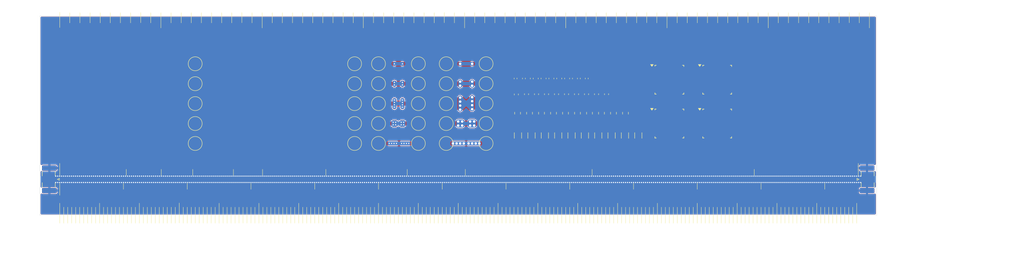
<source format=kicad_pcb>
(kicad_pcb (version 20240108) (generator "pcbnew") (generator_version "8.0")
  (layers (0 "F.Cu" signal) (31 "B.Cu" signal) (34 "B.Paste" user) (35 "F.Paste" user) (36 "B.SilkS" user "B.Silkscreen") (37 "F.SilkS" user "F.Silkscreen") (38 "B.Mask" user) (39 "F.Mask" user) (44 "Edge.Cuts" user))
  (net 0 "")
  (net 1 "GND")
  (net 2 "Net-(TP1-Pad1)")
  (net 3 "Net-(TP3-Pad1)")
  (net 4 "Net-(TP5-Pad1)")
  (net 5 "Net-(TP7-Pad1)")
  (net 6 "Net-(TP10-Pad1)")
  (net 17 "Net-(J5-In)")
  (net 85 "Net-(U4-VCC-Pad4)")
  (net 94 "Net-(U4-GND-Pad21)")
  (net 112 "Net-(TP11-Pad1)")
  (net 113 "Net-(TP13-Pad1)")
  (net 114 "Net-(TP15-Pad1)")
  (net 115 "Net-(TP17-Pad1)")
  (net 116 "Net-(TP19-Pad1)")
  (net 117 "Net-(TP21-Pad1)")
  (net 118 "Net-(TP23-Pad1)")
  (net 119 "Net-(TP25-Pad1)")
  (net 120 "Net-(TP27-Pad1)")
  (net 121 "Net-(TP29-Pad1)")
  (footprint "Capacitor_SMD:C_0603_1608Metric_Pad1.08x0.95mm_HandSolder" (layer "F.Cu") (at 124.68 -30.3525 90)
    (property "Reference" "C35" (hide yes))
    (property "Value" "C" (hide yes))
  )
  (footprint "Capacitor_SMD:C_0201_0603Metric_Pad0.64x0.40mm_HandSolder" (layer "F.Cu") (at 117.9 -37.7925 90)
    (property "Reference" "C15" (hide yes))
    (property "Value" "C" (hide yes))
  )
  (footprint "Package_QFP:TQFP-32_7x7mm_P0.8mm" (layer "F.Cu") (at 153 -34)
    (property "Reference" "U4" (hide yes))
    (property "Value" "ATmega328P-A" (hide yes))
  )
  (footprint "Connector_Coaxial:SMA_Samtec_SMA-J-P-H-ST-EM1_EdgeMount" (layer "F.Cu") (at -2.8375 -9 180)
    (property "Reference" "J5")
    (property "Value" "Conn_Coaxial")
  )
  (footprint "Capacitor_SMD:C_0201_0603Metric_Pad0.64x0.40mm_HandSolder" (layer "F.Cu") (at 119.65 -37.7925 90)
    (property "Reference" "C16" (hide yes))
    (property "Value" "C" (hide yes))
  )
  (footprint "Capacitor_SMD:C_0805_2012Metric_Pad1.18x1.45mm_HandSolder" (layer "F.Cu") (at 126.93 -25.6 90)
    (property "Reference" "C44" (hide yes))
    (property "Value" "C" (hide yes))
  )
  (footprint "TestPoint:TestPoint_Pad_D3.0mm" (layer "F.Cu") (at 97 -18)
    (property "Reference" "TP22")
    (property "Value" "TestPoint")
  )
  (footprint "TestPoint:TestPoint_Pad_D3.0mm" (layer "F.Cu") (at 107 -38)
    (property "Reference" "TP26")
    (property "Value" "TestPoint")
  )
  (footprint "Capacitor_SMD:C_0402_1005Metric_Pad0.74x0.62mm_HandSolder" (layer "F.Cu") (at 116.5 -34.3 90)
    (property "Reference" "C23" (hide yes))
    (property "Value" "C" (hide yes))
  )
  (footprint "TestPoint:TestPoint_Pad_D3.0mm" (layer "F.Cu") (at 107 -28)
    (property "Reference" "TP23")
    (property "Value" "TestPoint")
  )
  (footprint "TestPoint:TestPoint_Pad_D3.0mm" (layer "F.Cu") (at 74 -18)
    (property "Reference" "TP7")
    (property "Value" "TestPoint")
  )
  (footprint "Capacitor_SMD:C_1206_3216Metric_Pad1.33x1.80mm_HandSolder" (layer "F.Cu") (at 131.8 -20 90)
    (property "Reference" "C54" (hide yes))
    (property "Value" "C" (hide yes))
  )
  (footprint "Capacitor_SMD:C_0201_0603Metric_Pad0.64x0.40mm_HandSolder" (layer "F.Cu") (at 128.4 -37.7925 90)
    (property "Reference" "C21" (hide yes))
    (property "Value" "C" (hide yes))
  )
  (footprint "Capacitor_SMD:C_0402_1005Metric_Pad0.74x0.62mm_HandSolder" (layer "F.Cu") (at 124.38 -34.3 90)
    (property "Reference" "C27" (hide yes))
    (property "Value" "C" (hide yes))
  )
  (footprint "TestPoint:TestPoint_Pad_D3.0mm" (layer "F.Cu") (at 80 -28)
    (property "Reference" "TP18")
    (property "Value" "TestPoint")
  )
  (footprint "Capacitor_SMD:C_1206_3216Metric_Pad1.33x1.80mm_HandSolder" (layer "F.Cu") (at 125.1 -20 90)
    (property "Reference" "C52" (hide yes))
    (property "Value" "C" (hide yes))
  )
  (footprint "TestPoint:TestPoint_Pad_D3.0mm" (layer "F.Cu") (at 80 -23)
    (property "Reference" "TP11")
    (property "Value" "TestPoint")
  )
  (footprint "Capacitor_SMD:C_0603_1608Metric_Pad1.08x0.95mm_HandSolder" (layer "F.Cu") (at 114.6 -30.3 -90)
    (property "Reference" "C11" (hide yes))
    (property "Value" "C" (hide yes))
  )
  (footprint "Capacitor_SMD:C_0201_0603Metric_Pad0.64x0.40mm_HandSolder" (layer "F.Cu") (at 124.9 -37.7925 90)
    (property "Reference" "C19" (hide yes))
    (property "Value" "C" (hide yes))
  )
  (footprint "Capacitor_SMD:C_0805_2012Metric_Pad1.18x1.45mm_HandSolder" (layer "F.Cu") (at 132.95 -25.6 90)
    (property "Reference" "C46" (hide yes))
    (property "Value" "C" (hide yes))
  )
  (footprint "Capacitor_SMD:C_0805_2012Metric_Pad1.18x1.45mm_HandSolder" (layer "F.Cu") (at 117.9 -25.6 90)
    (property "Reference" "C41" (hide yes))
    (property "Value" "C" (hide yes))
  )
  (footprint "Capacitor_SMD:C_1206_3216Metric_Pad1.33x1.80mm_HandSolder" (layer "F.Cu") (at 121.75 -20 90)
    (property "Reference" "C51" (hide yes))
    (property "Value" "C" (hide yes))
  )
  (footprint "Capacitor_SMD:C_0201_0603Metric_Pad0.64x0.40mm_HandSolder" (layer "F.Cu") (at 114.2 -37.7925 -90)
    (property "Reference" "C9" (hide yes))
    (property "Value" "C" (hide yes))
  )
  (footprint "Capacitor_SMD:C_0805_2012Metric_Pad1.18x1.45mm_HandSolder" (layer "F.Cu") (at 129.94 -25.6 90)
    (property "Reference" "C45" (hide yes))
    (property "Value" "C" (hide yes))
  )
  (footprint "Package_QFP:TQFP-32_7x7mm_P0.8mm" (layer "F.Cu") (at 165 -23)
    (property "Reference" "U4" (hide yes))
    (property "Value" "ATmega328P-A" (hide yes))
  )
  (footprint "Capacitor_SMD:C_0603_1608Metric_Pad1.08x0.95mm_HandSolder" (layer "F.Cu") (at 134.72 -30.3525 90)
    (property "Reference" "C39" (hide yes))
    (property "Value" "C" (hide yes))
  )
  (footprint "TestPoint:TestPoint_Pad_D3.0mm" (layer "F.Cu") (at 34 -18)
    (property "Reference" "TP8")
    (property "Value" "TestPoint")
  )
  (footprint "Capacitor_SMD:C_1206_3216Metric_Pad1.33x1.80mm_HandSolder" (layer "F.Cu") (at 141.85 -20 90)
    (property "Reference" "C57" (hide yes))
    (property "Value" "C" (hide yes))
  )
  (footprint "TestPoint:TestPoint_Pad_D3.0mm" (layer "F.Cu") (at 34 -23)
    (property "Reference" "TP10")
    (property "Value" "TestPoint")
  )
  (footprint "Capacitor_SMD:C_0201_0603Metric_Pad0.64x0.40mm_HandSolder" (layer "F.Cu") (at 126.65 -37.7925 90)
    (property "Reference" "C20" (hide yes))
    (property "Value" "C" (hide yes))
  )
  (footprint "Capacitor_SMD:C_0805_2012Metric_Pad1.18x1.45mm_HandSolder" (layer "F.Cu") (at 138.97 -25.6 90)
    (property "Reference" "C48" (hide yes))
    (property "Value" "C" (hide yes))
  )
  (footprint "Package_QFP:TQFP-32_7x7mm_P0.8mm" (layer "F.Cu") (at 153 -23)
    (property "Reference" "U4" (hide yes))
    (property "Value" "ATmega328P-A" (hide yes))
  )
  (footprint "TestPoint:TestPoint_Pad_D3.0mm" (layer "F.Cu") (at 107 -23)
    (property "Reference" "TP27")
    (property "Value" "TestPoint")
  )
  (footprint "Capacitor_SMD:C_0402_1005Metric_Pad0.74x0.62mm_HandSolder" (layer "F.Cu") (at 120.44 -34.3 90)
    (property "Reference" "C25" (hide yes))
    (property "Value" "C" (hide yes))
  )
  (footprint "Capacitor_SMD:C_1206_3216Metric_Pad1.33x1.80mm_HandSolder" (layer "F.Cu") (at 118.4 -20 90)
    (property "Reference" "C50" (hide yes))
    (property "Value" "C" (hide yes))
  )
  (footprint "TestPoint:TestPoint_Pad_D3.0mm" (layer "F.Cu") (at 80 -38)
    (property "Reference" "TP15")
    (property "Value" "TestPoint")
  )
  (footprint "Capacitor_SMD:C_0603_1608Metric_Pad1.08x0.95mm_HandSolder" (layer "F.Cu") (at 122.17 -30.3525 90)
    (property "Reference" "C34" (hide yes))
    (property "Value" "C" (hide yes))
  )
  (footprint "Capacitor_SMD:C_0603_1608Metric_Pad1.08x0.95mm_HandSolder" (layer "F.Cu") (at 137.23 -30.3525 90)
    (property "Reference" "C40" (hide yes))
    (property "Value" "C" (hide yes))
  )
  (footprint "TestPoint:TestPoint_Pad_D3.0mm" (layer "F.Cu") (at 90 -28)
    (property "Reference" "TP17")
    (property "Value" "TestPoint")
  )
  (footprint "Capacitor_SMD:C_1206_3216Metric_Pad1.33x1.80mm_HandSolder" (layer "F.Cu") (at 145.2 -20 90)
    (property "Reference" "C58" (hide yes))
    (property "Value" "C" (hide yes))
  )
  (footprint "Capacitor_SMD:C_0402_1005Metric_Pad0.74x0.62mm_HandSolder" (layer "F.Cu") (at 118.47 -34.3 90)
    (property "Reference" "C24" (hide yes))
    (property "Value" "C" (hide yes))
  )
  (footprint "TestPoint:TestPoint_Pad_D3.0mm" (layer "F.Cu") (at 97 -38)
    (property "Reference" "TP25")
    (property "Value" "TestPoint")
  )
  (footprint "TestPoint:TestPoint_Pad_D3.0mm" (layer "F.Cu") (at 34 -33)
    (property "Reference" "TP3")
    (property "Value" "TestPoint")
  )
  (footprint "Capacitor_SMD:C_1206_3216Metric_Pad1.33x1.80mm_HandSolder" (layer "F.Cu") (at 138.5 -20 90)
    (property "Reference" "C56" (hide yes))
    (property "Value" "C" (hide yes))
  )
  (footprint "TestPoint:TestPoint_Pad_D3.0mm" (layer "F.Cu") (at 74 -28)
    (property "Reference" "TP6")
    (property "Value" "TestPoint")
  )
  (footprint "TestPoint:TestPoint_Pad_D3.0mm" (layer "F.Cu") (at 34 -28)
    (property "Reference" "TP5")
    (property "Value" "TestPoint")
  )
  (footprint "TestPoint:TestPoint_Pad_D3.0mm" (layer "F.Cu") (at 107 -18)
    (property "Reference" "TP21")
    (property "Value" "TestPoint")
  )
  (footprint "Capacitor_SMD:C_0805_2012Metric_Pad1.18x1.45mm_HandSolder" (layer "F.Cu") (at 120.91 -25.6 90)
    (property "Reference" "C42" (hide yes))
    (property "Value" "C" (hide yes))
  )
  (footprint "Package_QFP:TQFP-32_7x7mm_P0.8mm" (layer "F.Cu") (at 165 -34)
    (property "Reference" "U4" (hide yes))
    (property "Value" "ATmega328P-A" (hide yes))
  )
  (footprint "Capacitor_SMD:C_0402_1005Metric_Pad0.74x0.62mm_HandSolder" (layer "F.Cu") (at 128.32 -34.3 90)
    (property "Reference" "C29" (hide yes))
    (property "Value" "C" (hide yes))
  )
  (footprint "Connector_Coaxial:SMA_Samtec_SMA-J-P-H-ST-EM1_EdgeMount" (layer "F.Cu") (at 202.8375 -9)
    (property "Reference" "J6" (hide yes))
    (property "Value" "Conn_Coaxial")
  )
  (footprint "Capacitor_SMD:C_0603_1608Metric_Pad1.08x0.95mm_HandSolder" (layer "F.Cu") (at 127.19 -30.3525 90)
    (property "Reference" "C36" (hide yes))
    (property "Value" "C" (hide yes))
  )
  (footprint "Capacitor_SMD:C_0201_0603Metric_Pad0.64x0.40mm_HandSolder" (layer "F.Cu") (at 123.15 -37.7925 90)
    (property "Reference" "C18" (hide yes))
    (property "Value" "C" (hide yes))
  )
  (footprint "Capacitor_SMD:C_1206_3216Metric_Pad1.33x1.80mm_HandSolder" (layer "F.Cu") (at 135.15 -20 90)
    (property "Reference" "C55" (hide yes))
    (property "Value" "C" (hide yes))
  )
  (footprint "Capacitor_SMD:C_0805_2012Metric_Pad1.18x1.45mm_HandSolder" (layer "F.Cu") (at 114.9 -25.6 -90)
    (property "Reference" "C12" (hide yes))
    (property "Value" "C" (hide yes))
  )
  (footprint "Capacitor_SMD:C_0805_2012Metric_Pad1.18x1.45mm_HandSolder" (layer "F.Cu") (at 123.92 -25.6 90)
    (property "Reference" "C43" (hide yes))
    (property "Value" "C" (hide yes))
  )
  (footprint "TestPoint:TestPoint_Pad_D3.0mm" (layer "F.Cu") (at 97 -23)
    (property "Reference" "TP28")
    (property "Value" "TestPoint")
  )
  (footprint "Capacitor_SMD:C_0402_1005Metric_Pad0.74x0.62mm_HandSolder" (layer "F.Cu") (at 122.41 -34.3 90)
    (property "Reference" "C26" (hide yes))
    (property "Value" "C" (hide yes))
  )
  (footprint "Capacitor_SMD:C_0402_1005Metric_Pad0.74x0.62mm_HandSolder" (layer "F.Cu") (at 130.29 -34.3 90)
    (property "Reference" "C30" (hide yes))
    (property "Value" "C" (hide yes))
  )
  (footprint "Capacitor_SMD:C_0402_1005Metric_Pad0.74x0.62mm_HandSolder" (layer "F.Cu") (at 114.4 -34.3 -90)
    (property "Reference" "C10" (hide yes))
    (property "Value" "C" (hide yes))
  )
  (footprint "TestPoint:TestPoint_Pad_D3.0mm" (layer "F.Cu") (at 74 -33)
    (property "Reference" "TP4")
    (property "Value" "TestPoint")
  )
  (footprint "TestPoint:TestPoint_Pad_D3.0mm" (layer "F.Cu") (at 97 -33)
    (property "Reference" "TP30")
    (property "Value" "TestPoint")
  )
  (footprint "Capacitor_SMD:C_0603_1608Metric_Pad1.08x0.95mm_HandSolder" (layer "F.Cu") (at 117.15 -30.3525 90)
    (property "Reference" "C32" (hide yes))
    (property "Value" "C" (hide yes))
  )
  (footprint "TestPoint:TestPoint_Pad_D3.0mm" (layer "F.Cu") (at 90 -23)
    (property "Reference" "TP12")
    (property "Value" "TestPoint")
  )
  (footprint "TestPoint:TestPoint_Pad_D3.0mm" (layer "F.Cu") (at 74 -38)
    (property "Reference" "TP2")
    (property "Value" "TestPoint")
  )
  (footprint "TestPoint:TestPoint_Pad_D3.0mm" (layer "F.Cu") (at 97 -28)
    (property "Reference" "TP24")
    (property "Value" "TestPoint")
  )
  (footprint "TestPoint:TestPoint_Pad_D3.0mm" (layer "F.Cu") (at 90 -18)
    (property "Reference" "TP14")
    (property "Value" "TestPoint")
  )
  (footprint "TestPoint:TestPoint_Pad_D3.0mm" (layer "F.Cu") (at 90 -33)
    (property "Reference" "TP19")
    (property "Value" "TestPoint")
  )
  (footprint "Capacitor_SMD:C_1206_3216Metric_Pad1.33x1.80mm_HandSolder" (layer "F.Cu") (at 128.45 -20 90)
    (property "Reference" "C53" (hide yes))
    (property "Value" "C" (hide yes))
  )
  (footprint "TestPoint:TestPoint_Pad_D3.0mm" (layer "F.Cu") (at 80 -33)
    (property "Reference" "TP20")
    (property "Value" "TestPoint")
  )
  (footprint "Capacitor_SMD:C_0201_0603Metric_Pad0.64x0.40mm_HandSolder" (layer "F.Cu") (at 116.15 -37.7925 90)
    (property "Reference" "C7" (hide yes))
    (property "Value" "C" (hide yes))
  )
  (footprint "TestPoint:TestPoint_Pad_D3.0mm" (layer "F.Cu") (at 107 -33)
    (property "Reference" "TP29")
    (property "Value" "TestPoint")
  )
  (footprint "Capacitor_SMD:C_1206_3216Metric_Pad1.33x1.80mm_HandSolder" (layer "F.Cu") (at 115 -20 -90)
    (property "Reference" "C13" (hide yes))
    (property "Value" "C" (hide yes))
  )
  (footprint "TestPoint:TestPoint_Pad_D3.0mm" (layer "F.Cu") (at 90 -38)
    (property "Reference" "TP16")
    (property "Value" "TestPoint")
  )
  (footprint "Capacitor_SMD:C_0805_2012Metric_Pad1.18x1.45mm_HandSolder" (layer "F.Cu") (at 135.96 -25.6 90)
    (property "Reference" "C47" (hide yes))
    (property "Value" "C" (hide yes))
  )
  (footprint "Capacitor_SMD:C_0201_0603Metric_Pad0.64x0.40mm_HandSolder" (layer "F.Cu") (at 121.4 -37.7925 90)
    (property "Reference" "C17" (hide yes))
    (property "Value" "C" (hide yes))
  )
  (footprint "TestPoint:TestPoint_Pad_D3.0mm" (layer "F.Cu") (at 34 -38)
    (property "Reference" "TP1")
    (property "Value" "TestPoint")
  )
  (footprint "Capacitor_SMD:C_0201_0603Metric_Pad0.64x0.40mm_HandSolder" (layer "F.Cu") (at 130.15 -37.7925 90)
    (property "Reference" "C22" (hide yes))
    (property "Value" "C" (hide yes))
  )
  (footprint "Capacitor_SMD:C_0805_2012Metric_Pad1.18x1.45mm_HandSolder" (layer "F.Cu") (at 141.98 -25.6 90)
    (property "Reference" "C49" (hide yes))
    (property "Value" "C" (hide yes))
  )
  (footprint "Capacitor_SMD:C_0603_1608Metric_Pad1.08x0.95mm_HandSolder" (layer "F.Cu") (at 119.66 -30.3525 90)
    (property "Reference" "C33" (hide yes))
    (property "Value" "C" (hide yes))
  )
  (footprint "Capacitor_SMD:C_0603_1608Metric_Pad1.08x0.95mm_HandSolder" (layer "F.Cu") (at 129.7 -30.3525 90)
    (property "Reference" "C37" (hide yes))
    (property "Value" "C" (hide yes))
  )
  (footprint "Capacitor_SMD:C_0402_1005Metric_Pad0.74x0.62mm_HandSolder" (layer "F.Cu") (at 132.26 -34.3 90)
    (property "Reference" "C31" (hide yes))
    (property "Value" "C" (hide yes))
  )
  (footprint "Capacitor_SMD:C_0603_1608Metric_Pad1.08x0.95mm_HandSolder" (layer "F.Cu") (at 132.21 -30.3525 90)
    (property "Reference" "C38" (hide yes))
    (property "Value" "C" (hide yes))
  )
  (footprint "TestPoint:TestPoint_Pad_D3.0mm" (layer "F.Cu") (at 80 -18)
    (property "Reference" "TP13")
    (property "Value" "TestPoint")
  )
  (footprint "TestPoint:TestPoint_Pad_D3.0mm" (layer "F.Cu") (at 74 -23)
    (property "Reference" "TP9")
    (property "Value" "TestPoint")
  )
  (footprint "Capacitor_SMD:C_0402_1005Metric_Pad0.74x0.62mm_HandSolder" (layer "F.Cu") (at 126.35 -34.3 90)
    (property "Reference" "C28" (hide yes))
    (property "Value" "C" (hide yes))
  )
  (gr_line (start 62 -2) (end 62 2) (stroke (width 0.1)) (layer "F.SilkS"))
  (gr_line (start 50 2) (end 50 -3) (stroke (width 0.1)) (layer "F.SilkS"))
  (gr_line (start 200.66 -50.8) (end 200.66 -48.26) (stroke (width 0.1)) (layer "F.SilkS"))
  (gr_line (start 112 -2) (end 112 2) (stroke (width 0.1)) (layer "F.SilkS"))
  (gr_line (start 114 -2) (end 114 2) (stroke (width 0.1)) (layer "F.SilkS"))
  (gr_line (start 169 -2) (end 169 2) (stroke (width 0.1)) (layer "F.SilkS"))
  (gr_line (start 198.12202 -50.838001) (end 198.12202 -48.298001) (stroke (width 0.1)) (layer "F.SilkS"))
  (gr_line (start 196 -2) (end 196 2) (stroke (width 0.1)) (layer "F.SilkS"))
  (gr_line (start 81.28 -50.8) (end 81.28 -48.26) (stroke (width 0.1)) (layer "F.SilkS"))
  (gr_line (start 33.4 -11.5) (end 33.4 -10) (stroke (width 0.1)) (layer "F.SilkS"))
  (gr_line (start 84 -2) (end 84 2) (stroke (width 0.1)) (layer "F.SilkS"))
  (gr_line (start 189 -2) (end 189 2) (stroke (width 0.1)) (layer "F.SilkS"))
  (gr_line (start 177.8 -50.8) (end 177.8 -46.99) (stroke (width 0.1)) (layer "F.SilkS"))
  (gr_line (start 188 -2) (end 188 2) (stroke (width 0.1)) (layer "F.SilkS"))
  (gr_line (start 66 -2) (end 66 2) (stroke (width 0.1)) (layer "F.SilkS"))
  (gr_line (start 182 -2) (end 182 2) (stroke (width 0.1)) (layer "F.SilkS"))
  (gr_line (start 76 -2) (end 76 2) (stroke (width 0.1)) (layer "F.SilkS"))
  (gr_line (start 86.36 -50.8) (end 86.36 -48.26) (stroke (width 0.1)) (layer "F.SilkS"))
  (gr_line (start 122 -2) (end 122 2) (stroke (width 0.1)) (layer "F.SilkS"))
  (gr_line (start 48 -6.5) (end 48 -8) (stroke (width 0.1)) (layer "F.SilkS"))
  (gr_line (start 41 -2) (end 41 2) (stroke (width 0.1)) (layer "F.SilkS"))
  (gr_line (start 8 -2) (end 8 2) (stroke (width 0.1)) (layer "F.SilkS"))
  (gr_line (start 15 -2) (end 15 2) (stroke (width 0.1)) (layer "F.SilkS"))
  (gr_line (start 141 -2) (end 141 2) (stroke (width 0.1)) (layer "F.SilkS"))
  (gr_line (start 6 -2) (end 6 2) (stroke (width 0.1)) (layer "F.SilkS"))
  (gr_line (start 87 -2) (end 87 2) (stroke (width 0.1)) (layer "F.SilkS"))
  (gr_line (start 86 -2) (end 86 2) (stroke (width 0.1)) (layer "F.SilkS"))
  (gr_line (start 105 -2) (end 105 2) (stroke (width 0.1)) (layer "F.SilkS"))
  (gr_line (start 80 2) (end 80 -3) (stroke (width 0.1)) (layer "F.SilkS"))
  (gr_line (start 195.58 -50.8) (end 195.58 -48.26) (stroke (width 0.1)) (layer "F.SilkS"))
  (gr_line (start 36 -2) (end 36 2) (stroke (width 0.1)) (layer "F.SilkS"))
  (gr_line (start 93 -2) (end 93 2) (stroke (width 0.1)) (layer "F.SilkS"))
  (gr_line (start 124 -2) (end 124 2) (stroke (width 0.1)) (layer "F.SilkS"))
  (gr_line (start 144 -6.5) (end 144 -8) (stroke (width 0.1)) (layer "F.SilkS"))
  (gr_line (start 0 -5) (end 0 -8) (stroke (width 0.1)) (layer "F.SilkS"))
  (gr_line (start 151 -2) (end 151 2) (stroke (width 0.1)) (layer "F.SilkS"))
  (gr_line (start 25 -2) (end 25 2) (stroke (width 0.1)) (layer "F.SilkS"))
  (gr_line (start 194 -2) (end 194 2) (stroke (width 0.1)) (layer "F.SilkS"))
  (gr_line (start 3 -2) (end 3 2) (stroke (width 0.1)) (layer "F.SilkS"))
  (gr_line (start 45.72202 -50.838001) (end 45.72202 -48.298001) (stroke (width 0.1)) (layer "F.SilkS"))
  (gr_line (start 27 -2) (end 27 2) (stroke (width 0.1)) (layer "F.SilkS"))
  (gr_line (start 106 -2) (end 106 2) (stroke (width 0.1)) (layer "F.SilkS"))
  (gr_line (start 104.14 -50.8) (end 104.14 -48.26) (stroke (width 0.1)) (layer "F.SilkS"))
  (gr_line (start 137.16 -50.8) (end 137.16 -48.26) (stroke (width 0.1)) (layer "F.SilkS"))
  (gr_line (start 32 -2) (end 32 2) (stroke (width 0.1)) (layer "F.SilkS"))
  (gr_line (start 27.94 -50.8) (end 27.94 -48.26) (stroke (width 0.1)) (layer "F.SilkS"))
  (gr_line (start 91.44 -50.8) (end 91.44 -48.26) (stroke (width 0.1)) (layer "F.SilkS"))
  (gr_line (start 101.8 -11.5) (end 101.8 -10) (stroke (width 0.1)) (layer "F.SilkS"))
  (gr_line (start 171 -2) (end 171 2) (stroke (width 0.1)) (layer "F.SilkS"))
  (gr_line (start 116 -2) (end 116 2) (stroke (width 0.1)) (layer "F.SilkS"))
  (gr_line (start 98 -2) (end 98 2) (stroke (width 0.1)) (layer "F.SilkS"))
  (gr_line (start 150 2) (end 150 -3) (stroke (width 0.1)) (layer "F.SilkS"))
  (gr_line (start 65 -2) (end 65 2) (stroke (width 0.1)) (layer "F.SilkS"))
  (gr_line (start 132.08 -50.8) (end 132.08 -48.26) (stroke (width 0.1)) (layer "F.SilkS"))
  (gr_line (start 44 -2) (end 44 2) (stroke (width 0.1)) (layer "F.SilkS"))
  (gr_line (start 173 -2) (end 173 2) (stroke (width 0.1)) (layer "F.SilkS"))
  (gr_line (start 174 -2) (end 174 2) (stroke (width 0.1)) (layer "F.SilkS"))
  (gr_line (start 64 -2) (end 64 2) (stroke (width 0.1)) (layer "F.SilkS"))
  (gr_line (start 139.7 -50.8) (end 139.7 -48.26) (stroke (width 0.1)) (layer "F.SilkS"))
  (gr_line (start 146 -2) (end 146 2) (stroke (width 0.1)) (layer "F.SilkS"))
  (gr_line (start 119 -2) (end 119 2) (stroke (width 0.1)) (layer "F.SilkS"))
  (gr_line (start 69 -2) (end 69 2) (stroke (width 0.1)) (layer "F.SilkS"))
  (gr_line (start 55 -2) (end 55 2) (stroke (width 0.1)) (layer "F.SilkS"))
  (gr_line (start 166 -2) (end 166 2) (stroke (width 0.1)) (layer "F.SilkS"))
  (gr_line (start 160 -6.5) (end 160 -8) (stroke (width 0.1)) (layer "F.SilkS"))
  (gr_line (start 58 -2) (end 58 2) (stroke (width 0.1)) (layer "F.SilkS"))
  (gr_line (start 175 -2) (end 175 2) (stroke (width 0.1)) (layer "F.SilkS"))
  (gr_line (start 155 -2) (end 155 2) (stroke (width 0.1)) (layer "F.SilkS"))
  (gr_line (start 176 -2) (end 176 2) (stroke (width 0.1)) (layer "F.SilkS"))
  (gr_line (start 187 -2) (end 187 2) (stroke (width 0.1)) (layer "F.SilkS"))
  (gr_line (start 16 -6.5) (end 16 -8) (stroke (width 0.1)) (layer "F.SilkS"))
  (gr_line (start 74 -2) (end 74 2) (stroke (width 0.1)) (layer "F.SilkS"))
  (gr_line (start 79 -2) (end 79 2) (stroke (width 0.1)) (layer "F.SilkS"))
  (gr_line (start 195 -2) (end 195 2) (stroke (width 0.1)) (layer "F.SilkS"))
  (gr_line (start 83 -2) (end 83 2) (stroke (width 0.1)) (layer "F.SilkS"))
  (gr_line (start 179 -2) (end 179 2) (stroke (width 0.1)) (layer "F.SilkS"))
  (gr_line (start 119.38 -50.8) (end 119.38 -48.26) (stroke (width 0.1)) (layer "F.SilkS"))
  (gr_line (start 13 -2) (end 13 2) (stroke (width 0.1)) (layer "F.SilkS"))
  (gr_line (start 4 -2) (end 4 2) (stroke (width 0.1)) (layer "F.SilkS"))
  (gr_line (start 40 2) (end 40 -3) (stroke (width 0.1)) (layer "F.SilkS"))
  (gr_line (start 9 -2) (end 9 2) (stroke (width 0.1)) (layer "F.SilkS"))
  (gr_line (start 22 -2) (end 22 2) (stroke (width 0.1)) (layer "F.SilkS"))
  (gr_line (start 87.2 -11.5) (end 87.2 -10) (stroke (width 0.1)) (layer "F.SilkS"))
  (gr_line (start 12 -2) (end 12 2) (stroke (width 0.1)) (layer "F.SilkS"))
  (gr_line (start 160.02 -50.8) (end 160.02 -48.26) (stroke (width 0.1)) (layer "F.SilkS"))
  (gr_line (start 184 -2) (end 184 2) (stroke (width 0.1)) (layer "F.SilkS"))
  (gr_line (start 156 -2) (end 156 2) (stroke (width 0.1)) (layer "F.SilkS"))
  (gr_line (start 68.58 -50.8) (end 68.58 -48.26) (stroke (width 0.1)) (layer "F.SilkS"))
  (gr_line (start 129.54 -50.8) (end 129.54 -48.26) (stroke (width 0.1)) (layer "F.SilkS"))
  (gr_line (start 80 -6.5) (end 80 -8) (stroke (width 0.1)) (layer "F.SilkS"))
  (gr_line (start 99 -2) (end 99 2) (stroke (width 0.1)) (layer "F.SilkS"))
  (gr_line (start 124.46 -50.8) (end 124.46 -48.26) (stroke (width 0.1)) (layer "F.SilkS"))
  (gr_line (start 0 -50.905) (end 0 -47.095) (stroke (width 0.1)) (layer "F.SilkS"))
  (gr_line (start 131 -2) (end 131 2) (stroke (width 0.1)) (layer "F.SilkS"))
  (gr_line (start 177 -2) (end 177 2) (stroke (width 0.1)) (layer "F.SilkS"))
  (gr_line (start 175.26 -50.8) (end 175.26 -48.26) (stroke (width 0.1)) (layer "F.SilkS"))
  (gr_line (start 90 2) (end 90 -3) (stroke (width 0.1)) (layer "F.SilkS"))
  (gr_line (start 180 2) (end 180 -3) (stroke (width 0.1)) (layer "F.SilkS"))
  (gr_line (start 16 -2) (end 16 2) (stroke (width 0.1)) (layer "F.SilkS"))
  (gr_line (start 118 -2) (end 118 2) (stroke (width 0.1)) (layer "F.SilkS"))
  (gr_line (start 167 -2) (end 167 2) (stroke (width 0.1)) (layer "F.SilkS"))
  (gr_line (start 120 2) (end 120 -3) (stroke (width 0.1)) (layer "F.SilkS"))
  (gr_line (start 10 2) (end 10 -3) (stroke (width 0.1)) (layer "F.SilkS"))
  (gr_line (start 127 -50.8) (end 127 -46.99) (stroke (width 0.1)) (layer "F.SilkS"))
  (gr_line (start 95 -2) (end 95 2) (stroke (width 0.1)) (layer "F.SilkS"))
  (gr_line (start 59 -2) (end 59 2) (stroke (width 0.1)) (layer "F.SilkS"))
  (gr_line (start 107 -2) (end 107 2) (stroke (width 0.1)) (layer "F.SilkS"))
  (gr_line (start 165.1 -50.8) (end 165.1 -48.26) (stroke (width 0.1)) (layer "F.SilkS"))
  (gr_line (start 144 -2) (end 144 2) (stroke (width 0.1)) (layer "F.SilkS"))
  (gr_line (start 38.1 -50.8) (end 38.1 -48.26) (stroke (width 0.1)) (layer "F.SilkS"))
  (gr_line (start 193.04 -50.8) (end 193.04 -48.26) (stroke (width 0.1)) (layer "F.SilkS"))
  (gr_line (start 130 2) (end 130 -3) (stroke (width 0.1)) (layer "F.SilkS"))
  (gr_line (start 136 -2) (end 136 2) (stroke (width 0.1)) (layer "F.SilkS"))
  (gr_line (start 35.56 -50.8) (end 35.56 -48.26) (stroke (width 0.1)) (layer "F.SilkS"))
  (gr_line (start 54 -2) (end 54 2) (stroke (width 0.1)) (layer "F.SilkS"))
  (gr_line (start 21 -2) (end 21 2) (stroke (width 0.1)) (layer "F.SilkS"))
  (gr_line (start 147 -2) (end 147 2) (stroke (width 0.1)) (layer "F.SilkS"))
  (gr_line (start 30 1.950183) (end 30 -3.049817) (stroke (width 0.1)) (layer "F.SilkS"))
  (gr_line (start 15.24 -50.8) (end 15.24 -48.26) (stroke (width 0.1)) (layer "F.SilkS"))
  (gr_line (start 71.12202 -50.838001) (end 71.12202 -48.298001) (stroke (width 0.1)) (layer "F.SilkS"))
  (gr_line (start 154 -2) (end 154 2) (stroke (width 0.1)) (layer "F.SilkS"))
  (gr_line (start 92 -2) (end 92 2) (stroke (width 0.1)) (layer "F.SilkS"))
  (gr_line (start 25.5 -11.5) (end 25.5 -10) (stroke (width 0.1)) (layer "F.SilkS"))
  (gr_line (start 96 -6.5) (end 96 -8) (stroke (width 0.1)) (layer "F.SilkS"))
  (gr_line (start 53 -2) (end 53 2) (stroke (width 0.1)) (layer "F.SilkS"))
  (gr_line (start 123 -2) (end 123 2) (stroke (width 0.1)) (layer "F.SilkS"))
  (gr_line (start 116.84 -50.8) (end 116.84 -48.26) (stroke (width 0.1)) (layer "F.SilkS"))
  (gr_line (start 18 -2) (end 18 2) (stroke (width 0.1)) (layer "F.SilkS"))
  (gr_line (start 158 -2) (end 158 2) (stroke (width 0.1)) (layer "F.SilkS"))
  (gr_line (start 198 -2) (end 198 2) (stroke (width 0.1)) (layer "F.SilkS"))
  (gr_line (start 129 -2) (end 129 2) (stroke (width 0.1)) (layer "F.SilkS"))
  (gr_line (start 96.52202 -50.838001) (end 96.52202 -48.298001) (stroke (width 0.1)) (layer "F.SilkS"))
  (gr_line (start 81 -2) (end 81 2) (stroke (width 0.1)) (layer "F.SilkS"))
  (gr_line (start 104 -2) (end 104 2) (stroke (width 0.1)) (layer "F.SilkS"))
  (gr_line (start 19 -2) (end 19 2) (stroke (width 0.1)) (layer "F.SilkS"))
  (gr_line (start 66.04 -50.8) (end 66.04 -48.26) (stroke (width 0.1)) (layer "F.SilkS"))
  (gr_line (start 32 -6.5) (end 32 -8) (stroke (width 0.1)) (layer "F.SilkS"))
  (gr_line (start 157 -2) (end 157 2) (stroke (width 0.1)) (layer "F.SilkS"))
  (gr_line (start 101.6 -50.8) (end 101.6 -46.99) (stroke (width 0.1)) (layer "F.SilkS"))
  (gr_line (start 61 -2) (end 61 2) (stroke (width 0.1)) (layer "F.SilkS"))
  (gr_line (start 73 -2) (end 73 2) (stroke (width 0.1)) (layer "F.SilkS"))
  (gr_line (start 121 -2) (end 121 2) (stroke (width 0.1)) (layer "F.SilkS"))
  (gr_line (start 91 -2) (end 91 2) (stroke (width 0.1)) (layer "F.SilkS"))
  (gr_line (start 138 -2) (end 138 2) (stroke (width 0.1)) (layer "F.SilkS"))
  (gr_line (start 170.18 -50.8) (end 170.18 -48.26) (stroke (width 0.1)) (layer "F.SilkS"))
  (gr_line (start 170 2) (end 170 -3) (stroke (width 0.1)) (layer "F.SilkS"))
  (gr_line (start 64 -6.5) (end 64 -8) (stroke (width 0.1)) (layer "F.SilkS"))
  (gr_line (start 114.3 -50.8) (end 114.3 -48.26) (stroke (width 0.1)) (layer "F.SilkS"))
  (gr_line (start 47 -2) (end 47 2) (stroke (width 0.1)) (layer "F.SilkS"))
  (gr_line (start 178 -2) (end 178 2) (stroke (width 0.1)) (layer "F.SilkS"))
  (gr_line (start 38 -2) (end 38 2) (stroke (width 0.1)) (layer "F.SilkS"))
  (gr_line (start 42 -2) (end 42 2) (stroke (width 0.1)) (layer "F.SilkS"))
  (gr_line (start 117 -2) (end 117 2) (stroke (width 0.1)) (layer "F.SilkS"))
  (gr_line (start 168 -2) (end 168 2) (stroke (width 0.1)) (layer "F.SilkS"))
  (gr_line (start 162 -2) (end 162 2) (stroke (width 0.1)) (layer "F.SilkS"))
  (gr_line (start 127 -2) (end 127 2) (stroke (width 0.1)) (layer "F.SilkS"))
  (gr_line (start 50.9 -11.5) (end 50.9 -10) (stroke (width 0.1)) (layer "F.SilkS"))
  (gr_line (start 182.88 -50.8) (end 182.88 -48.26) (stroke (width 0.1)) (layer "F.SilkS"))
  (gr_line (start 99.06 -50.8) (end 99.06 -48.26) (stroke (width 0.1)) (layer "F.SilkS"))
  (gr_line (start 137 -2) (end 137 2) (stroke (width 0.1)) (layer "F.SilkS"))
  (gr_line (start 161 -2) (end 161 2) (stroke (width 0.1)) (layer "F.SilkS"))
  (gr_line (start 145 -2) (end 145 2) (stroke (width 0.1)) (layer "F.SilkS"))
  (gr_line (start 143 -2) (end 143 2) (stroke (width 0.1)) (layer "F.SilkS"))
  (gr_line (start 111.76 -50.8) (end 111.76 -48.26) (stroke (width 0.1)) (layer "F.SilkS"))
  (gr_line (start 100 2) (end 100 -3) (stroke (width 0.1)) (layer "F.SilkS"))
  (gr_line (start 96 -2) (end 96 2) (stroke (width 0.1)) (layer "F.SilkS"))
  (gr_line (start 159 -2) (end 159 2) (stroke (width 0.1)) (layer "F.SilkS"))
  (gr_line (start 190.5 -50.8) (end 190.5 -48.26) (stroke (width 0.1)) (layer "F.SilkS"))
  (gr_line (start 63.5 -50.8) (end 63.5 -48.26) (stroke (width 0.1)) (layer "F.SilkS"))
  (gr_line (start 153 -2) (end 153 2) (stroke (width 0.1)) (layer "F.SilkS"))
  (gr_line (start 97 -2) (end 97 2) (stroke (width 0.1)) (layer "F.SilkS"))
  (gr_line (start 147.32202 -50.838001) (end 147.32202 -48.298001) (stroke (width 0.1)) (layer "F.SilkS"))
  (gr_line (start 152 -2) (end 152 2) (stroke (width 0.1)) (layer "F.SilkS"))
  (gr_line (start 68 -2) (end 68 2) (stroke (width 0.1)) (layer "F.SilkS"))
  (gr_line (start 52 -2) (end 52 2) (stroke (width 0.1)) (layer "F.SilkS"))
  (gr_line (start 33 -2) (end 33 2) (stroke (width 0.1)) (layer "F.SilkS"))
  (gr_line (start 28 -2) (end 28 2) (stroke (width 0.1)) (layer "F.SilkS"))
  (gr_line (start 12.7 -50.8) (end 12.7 -48.26) (stroke (width 0.1)) (layer "F.SilkS"))
  (gr_line (start 134.62 -50.8) (end 134.62 -48.26) (stroke (width 0.1)) (layer "F.SilkS"))
  (gr_line (start 1 -2) (end 1 2) (stroke (width 0.1)) (layer "F.SilkS"))
  (gr_line (start 22.86 -50.8) (end 22.86 -48.26) (stroke (width 0.1)) (layer "F.SilkS"))
  (gr_line (start 60.96 -50.8) (end 60.96 -48.26) (stroke (width 0.1)) (layer "F.SilkS"))
  (gr_line (start 110 2) (end 110 -3) (stroke (width 0.1)) (layer "F.SilkS"))
  (gr_line (start 160 2) (end 160 -3) (stroke (width 0.1)) (layer "F.SilkS"))
  (gr_line (start 77 -2) (end 77 2) (stroke (width 0.1)) (layer "F.SilkS"))
  (gr_line (start 157.48 -50.8) (end 157.48 -48.26) (stroke (width 0.1)) (layer "F.SilkS"))
  (gr_line (start 139 -2) (end 139 2) (stroke (width 0.1)) (layer "F.SilkS"))
  (gr_line (start 200.4 -13) (end 200.4 -10) (stroke (width 0.1)) (layer "F.SilkS"))
  (gr_line (start 45 -2) (end 45 2) (stroke (width 0.1)) (layer "F.SilkS"))
  (gr_line (start 121.92202 -50.838001) (end 121.92202 -48.298001) (stroke (width 0.1)) (layer "F.SilkS"))
  (gr_line (start 24 -2) (end 24 2) (stroke (width 0.1)) (layer "F.SilkS"))
  (gr_line (start 172.72202 -50.838001) (end 172.72202 -48.298001) (stroke (width 0.1)) (layer "F.SilkS"))
  (gr_line (start 48.26 -50.8) (end 48.26 -48.26) (stroke (width 0.1)) (layer "F.SilkS"))
  (gr_line (start 56 -2) (end 56 2) (stroke (width 0.1)) (layer "F.SilkS"))
  (gr_line (start 10.16 -50.8) (end 10.16 -48.26) (stroke (width 0.1)) (layer "F.SilkS"))
  (gr_line (start 89 -2) (end 89 2) (stroke (width 0.1)) (layer "F.SilkS"))
  (gr_line (start 16.7 -11.5) (end 16.7 -10) (stroke (width 0.1)) (layer "F.SilkS"))
  (gr_line (start 70 2) (end 70 -3) (stroke (width 0.1)) (layer "F.SilkS"))
  (gr_line (start 58.42 -50.8) (end 58.42 -48.26) (stroke (width 0.1)) (layer "F.SilkS"))
  (gr_line (start 125 -2) (end 125 2) (stroke (width 0.1)) (layer "F.SilkS"))
  (gr_line (start 48 -2) (end 48 2) (stroke (width 0.1)) (layer "F.SilkS"))
  (gr_line (start 108 -2) (end 108 2) (stroke (width 0.1)) (layer "F.SilkS"))
  (gr_line (start 186 -2) (end 186 2) (stroke (width 0.1)) (layer "F.SilkS"))
  (gr_line (start 20.32202 -50.838001) (end 20.32202 -48.298001) (stroke (width 0.1)) (layer "F.SilkS"))
  (gr_line (start 144.78 -50.8) (end 144.78 -48.26) (stroke (width 0.1)) (layer "F.SilkS"))
  (gr_line (start 133 -2) (end 133 2) (stroke (width 0.1)) (layer "F.SilkS"))
  (gr_line (start 57 -2) (end 57 2) (stroke (width 0.1)) (layer "F.SilkS"))
  (gr_line (start 149.86 -50.8) (end 149.86 -48.26) (stroke (width 0.1)) (layer "F.SilkS"))
  (gr_line (start 192 -6.5) (end 192 -8) (stroke (width 0.1)) (layer "F.SilkS"))
  (gr_line (start 39 -2) (end 39 2) (stroke (width 0.1)) (layer "F.SilkS"))
  (gr_line (start 29 -2) (end 29 2) (stroke (width 0.1)) (layer "F.SilkS"))
  (gr_line (start 78.74 -50.8) (end 78.74 -48.26) (stroke (width 0.1)) (layer "F.SilkS"))
  (gr_line (start 126 -2) (end 126 2) (stroke (width 0.1)) (layer "F.SilkS"))
  (gr_line (start 85 -2) (end 85 2) (stroke (width 0.1)) (layer "F.SilkS"))
  (gr_line (start 148 -2) (end 148 2) (stroke (width 0.1)) (layer "F.SilkS"))
  (gr_line (start 23 -2) (end 23 2) (stroke (width 0.1)) (layer "F.SilkS"))
  (gr_line (start 33.02 -50.8) (end 33.02 -48.26) (stroke (width 0.1)) (layer "F.SilkS"))
  (gr_line (start 66.8 -11.5) (end 66.8 -10) (stroke (width 0.1)) (layer "F.SilkS"))
  (gr_line (start 60 2) (end 60 -3) (stroke (width 0.1)) (layer "F.SilkS"))
  (gr_line (start 88 -2) (end 88 2) (stroke (width 0.1)) (layer "F.SilkS"))
  (gr_line (start 142 -2) (end 142 2) (stroke (width 0.1)) (layer "F.SilkS"))
  (gr_line (start 31 -2) (end 31 2) (stroke (width 0.1)) (layer "F.SilkS"))
  (gr_line (start 154.94 -50.8) (end 154.94 -48.26) (stroke (width 0.1)) (layer "F.SilkS"))
  (gr_line (start 203.2 -50.8) (end 203.2 -46.99) (stroke (width 0.1)) (layer "F.SilkS"))
  (gr_line (start 49 -2) (end 49 2) (stroke (width 0.1)) (layer "F.SilkS"))
  (gr_line (start 112 -6.5) (end 112 -8) (stroke (width 0.1)) (layer "F.SilkS"))
  (gr_line (start 174.3 -11.5) (end 174.3 -10) (stroke (width 0.1)) (layer "F.SilkS"))
  (gr_line (start 75 -2) (end 75 2) (stroke (width 0.1)) (layer "F.SilkS"))
  (gr_line (start 43 -2) (end 43 2) (stroke (width 0.1)) (layer "F.SilkS"))
  (gr_line (start 152.4 -50.8) (end 152.4 -46.99) (stroke (width 0.1)) (layer "F.SilkS"))
  (gr_line (start 163 -2) (end 163 2) (stroke (width 0.1)) (layer "F.SilkS"))
  (gr_line (start 53.34 -50.8) (end 53.34 -48.26) (stroke (width 0.1)) (layer "F.SilkS"))
  (gr_line (start 30.48 -50.8) (end 30.48 -48.26) (stroke (width 0.1)) (layer "F.SilkS"))
  (gr_line (start 40.64 -50.8) (end 40.64 -48.26) (stroke (width 0.1)) (layer "F.SilkS"))
  (gr_line (start 20 2) (end 20 -3) (stroke (width 0.1)) (layer "F.SilkS"))
  (gr_line (start 103 -2) (end 103 2) (stroke (width 0.1)) (layer "F.SilkS"))
  (gr_line (start 82 -2) (end 82 2) (stroke (width 0.1)) (layer "F.SilkS"))
  (gr_line (start 17.78 -50.8) (end 17.78 -48.26) (stroke (width 0.1)) (layer "F.SilkS"))
  (gr_line (start 35 -2) (end 35 2) (stroke (width 0.1)) (layer "F.SilkS"))
  (gr_line (start 185.42 -50.8) (end 185.42 -48.26) (stroke (width 0.1)) (layer "F.SilkS"))
  (gr_line (start 7 -2) (end 7 2) (stroke (width 0.1)) (layer "F.SilkS"))
  (gr_line (start 162.56 -50.8) (end 162.56 -48.26) (stroke (width 0.1)) (layer "F.SilkS"))
  (gr_line (start 192 -2) (end 192 2) (stroke (width 0.1)) (layer "F.SilkS"))
  (gr_line (start 140 2) (end 140 -3) (stroke (width 0.1)) (layer "F.SilkS"))
  (gr_line (start 43.6 -11.5) (end 43.6 -10) (stroke (width 0.1)) (layer "F.SilkS"))
  (gr_line (start 67 -2) (end 67 2) (stroke (width 0.1)) (layer "F.SilkS"))
  (gr_line (start 191 -2) (end 191 2) (stroke (width 0.1)) (layer "F.SilkS"))
  (gr_line (start 132 -2) (end 132 2) (stroke (width 0.1)) (layer "F.SilkS"))
  (gr_line (start 46 -2) (end 46 2) (stroke (width 0.1)) (layer "F.SilkS"))
  (gr_line (start 5.08 -50.8) (end 5.08 -48.26) (stroke (width 0.1)) (layer "F.SilkS"))
  (gr_line (start 128 -2) (end 128 2) (stroke (width 0.1)) (layer "F.SilkS"))
  (gr_line (start 197 -2) (end 197 2) (stroke (width 0.1)) (layer "F.SilkS"))
  (gr_line (start 76.2 -50.8) (end 76.2 -46.99) (stroke (width 0.1)) (layer "F.SilkS"))
  (gr_line (start 134 -2) (end 134 2) (stroke (width 0.1)) (layer "F.SilkS"))
  (gr_line (start 193 -2) (end 193 2) (stroke (width 0.1)) (layer "F.SilkS"))
  (gr_line (start 183 -2) (end 183 2) (stroke (width 0.1)) (layer "F.SilkS"))
  (gr_line (start 172 -2) (end 172 2) (stroke (width 0.1)) (layer "F.SilkS"))
  (gr_line (start 135 -2) (end 135 2) (stroke (width 0.1)) (layer "F.SilkS"))
  (gr_line (start 88.9 -50.8) (end 88.9 -48.26) (stroke (width 0.1)) (layer "F.SilkS"))
  (gr_line (start 101 -2) (end 101 2) (stroke (width 0.1)) (layer "F.SilkS"))
  (gr_line (start 164 -2) (end 164 2) (stroke (width 0.1)) (layer "F.SilkS"))
  (gr_line (start 83.82 -50.8) (end 83.82 -48.26) (stroke (width 0.1)) (layer "F.SilkS"))
  (gr_line (start 37 -2) (end 37 2) (stroke (width 0.1)) (layer "F.SilkS"))
  (gr_line (start 25.4 -50.8) (end 25.4 -46.99) (stroke (width 0.1)) (layer "F.SilkS"))
  (gr_line (start 34 -2) (end 34 2) (stroke (width 0.1)) (layer "F.SilkS"))
  (gr_line (start 142.24 -50.8) (end 142.24 -48.26) (stroke (width 0.1)) (layer "F.SilkS"))
  (gr_line (start 43.18 -50.8) (end 43.18 -48.26) (stroke (width 0.1)) (layer "F.SilkS"))
  (gr_line (start 180.34 -50.8) (end 180.34 -48.26) (stroke (width 0.1)) (layer "F.SilkS"))
  (gr_line (start 73.66 -50.8) (end 73.66 -48.26) (stroke (width 0.1)) (layer "F.SilkS"))
  (gr_line (start 0 -10) (end 0 -13) (stroke (width 0.1)) (layer "F.SilkS"))
  (gr_line (start 17 -2) (end 17 2) (stroke (width 0.1)) (layer "F.SilkS"))
  (gr_line (start 51 -2) (end 51 2) (stroke (width 0.1)) (layer "F.SilkS"))
  (gr_line (start 2 -2) (end 2 2) (stroke (width 0.1)) (layer "F.SilkS"))
  (gr_line (start 187.96 -50.8) (end 187.96 -48.26) (stroke (width 0.1)) (layer "F.SilkS"))
  (gr_line (start 71 -2) (end 71 2) (stroke (width 0.1)) (layer "F.SilkS"))
  (gr_line (start 113 -2) (end 113 2) (stroke (width 0.1)) (layer "F.SilkS"))
  (gr_line (start 11 -2) (end 11 2) (stroke (width 0.1)) (layer "F.SilkS"))
  (gr_line (start 55.88 -50.8) (end 55.88 -48.26) (stroke (width 0.1)) (layer "F.SilkS"))
  (gr_line (start 94 -2) (end 94 2) (stroke (width 0.1)) (layer "F.SilkS"))
  (gr_line (start 190 2) (end 190 -3) (stroke (width 0.1)) (layer "F.SilkS"))
  (gr_line (start 102 -2) (end 102 2) (stroke (width 0.1)) (layer "F.SilkS"))
  (gr_line (start 7.62 -50.8) (end 7.62 -48.26) (stroke (width 0.1)) (layer "F.SilkS"))
  (gr_line (start 111 -2) (end 111 2) (stroke (width 0.1)) (layer "F.SilkS"))
  (gr_line (start 93.98 -50.8) (end 93.98 -48.26) (stroke (width 0.1)) (layer "F.SilkS"))
  (gr_line (start 149 -2) (end 149 2) (stroke (width 0.1)) (layer "F.SilkS"))
  (gr_line (start 2.54 -50.8) (end 2.54 -48.26) (stroke (width 0.1)) (layer "F.SilkS"))
  (gr_line (start 176 -6.5) (end 176 -8) (stroke (width 0.1)) (layer "F.SilkS"))
  (gr_line (start 63 -2) (end 63 2) (stroke (width 0.1)) (layer "F.SilkS"))
  (gr_line (start 185 -2) (end 185 2) (stroke (width 0.1)) (layer "F.SilkS"))
  (gr_line (start 181 -2) (end 181 2) (stroke (width 0.1)) (layer "F.SilkS"))
  (gr_line (start 109.22 -50.8) (end 109.22 -48.26) (stroke (width 0.1)) (layer "F.SilkS"))
  (gr_line (start 78 -2) (end 78 2) (stroke (width 0.1)) (layer "F.SilkS"))
  (gr_line (start 133.6 -11.5) (end 133.6 -10) (stroke (width 0.1)) (layer "F.SilkS"))
  (gr_line (start 14 -2) (end 14 2) (stroke (width 0.1)) (layer "F.SilkS"))
  (gr_line (start 165 -2) (end 165 2) (stroke (width 0.1)) (layer "F.SilkS"))
  (gr_line (start 0 2) (end 0 -3) (stroke (width 0.1)) (layer "F.SilkS"))
  (gr_line (start 167.64 -50.8) (end 167.64 -48.26) (stroke (width 0.1)) (layer "F.SilkS"))
  (gr_line (start 109 -2) (end 109 2) (stroke (width 0.1)) (layer "F.SilkS"))
  (gr_line (start 26 -2) (end 26 2) (stroke (width 0.1)) (layer "F.SilkS"))
  (gr_line (start 199 -2) (end 199 2) (stroke (width 0.1)) (layer "F.SilkS"))
  (gr_line (start 115 -2) (end 115 2) (stroke (width 0.1)) (layer "F.SilkS"))
  (gr_line (start 50.8 -50.8) (end 50.8 -46.99) (stroke (width 0.1)) (layer "F.SilkS"))
  (gr_line (start 128 -6.5) (end 128 -8) (stroke (width 0.1)) (layer "F.SilkS"))
  (gr_line (start 72 -2) (end 72 2) (stroke (width 0.1)) (layer "F.SilkS"))
  (gr_line (start 200 2) (end 200 -3) (stroke (width 0.1)) (layer "F.SilkS"))
  (gr_line (start 106.68 -50.8) (end 106.68 -48.26) (stroke (width 0.1)) (layer "F.SilkS"))
  (gr_line (start 5 -2) (end 5 2) (stroke (width 0.1)) (layer "F.SilkS"))
  (gr_rect (start -5 -50) (end 205 0) (stroke (width 0.05)) (fill none) (layer "Edge.Cuts"))
  (segment (start 130.15 -38.2) (end 131 -38.2) (width 0.2) (layer "F.Cu") (net 1))
  (segment (start 123.15 -38.2) (end 122.8 -38.2) (width 0.2) (layer "F.Cu") (net 1))
  (segment (start 131 -38.2) (end 131.1 -38.3) (width 0.2) (layer "F.Cu") (net 1))
  (segment (start 123.15 -38.2) (end 130.15 -38.2) (width 0.2) (layer "F.Cu") (net 1))
  (segment (start 122.8 -38.2) (end 122.5 -38.5) (width 0.2) (layer "F.Cu") (net 1))
  (via (at 59 -9.8) (size 0.45) (drill 0.3) (layers "F.Cu" "B.Cu") (net 1))
  (via (at 149.5 -9.8) (size 0.45) (drill 0.3) (layers "F.Cu" "B.Cu") (net 1))
  (via (at 163 -8.2) (size 0.45) (drill 0.3) (layers "F.Cu" "B.Cu") (net 1))
  (via (at 33.5 -9.8) (size 0.45) (drill 0.3) (layers "F.Cu" "B.Cu") (net 1))
  (via (at 3 -8.2) (size 0.45) (drill 0.3) (layers "F.Cu" "B.Cu") (net 1))
  (via (at 40 -8.2) (size 0.45) (drill 0.3) (layers "F.Cu" "B.Cu") (net 1))
  (via (at 64.5 -8.2) (size 0.45) (drill 0.3) (layers "F.Cu" "B.Cu") (net 1))
  (via (at 150.5 -9.8) (size 0.45) (drill 0.3) (layers "F.Cu" "B.Cu") (net 1))
  (via (at 186.5 -8.2) (size 0.45) (drill 0.3) (layers "F.Cu" "B.Cu") (net 1))
  (via (at 132.5 -8.2) (size 0.45) (drill 0.3) (layers "F.Cu" "B.Cu") (net 1))
  (via (at 199.5 -8.2) (size 0.45) (drill 0.3) (layers "F.Cu" "B.Cu") (net 1))
  (via (at 102 -8.2) (size 0.45) (drill 0.3) (layers "F.Cu" "B.Cu") (net 1))
  (via (at 55.5 -8.2) (size 0.45) (drill 0.3) (layers "F.Cu" "B.Cu") (net 1))
  (via (at 201 -8.2) (size 0.45) (drill 0.3) (layers "F.Cu" "B.Cu") (net 1))
  (via (at 34.5 -9.8) (size 0.45) (drill 0.3) (layers "F.Cu" "B.Cu") (net 1))
  (via (at 59 -8.2) (size 0.45) (drill 0.3) (layers "F.Cu" "B.Cu") (net 1))
  (via (at 131.5 -8.2) (size 0.45) (drill 0.3) (layers "F.Cu" "B.Cu") (net 1))
  (via (at 65.5 -9.8) (size 0.45) (drill 0.3) (layers "F.Cu" "B.Cu") (net 1))
  (via (at 187.5 -8.2) (size 0.45) (drill 0.3) (layers "F.Cu" "B.Cu") (net 1))
  (via (at 171 -8.2) (size 0.45) (drill 0.3) (layers "F.Cu" "B.Cu") (net 1))
  (via (at 140 -8.2) (size 0.45) (drill 0.3) (layers "F.Cu" "B.Cu") (net 1))
  (via (at 184.5 -8.2) (size 0.45) (drill 0.3) (layers "F.Cu" "B.Cu") (net 1))
  (via (at 170.5 -9.8) (size 0.45) (drill 0.3) (layers "F.Cu" "B.Cu") (net 1))
  (via (at 168.5 -8.2) (size 0.45) (drill 0.3) (layers "F.Cu" "B.Cu") (net 1))
  (via (at 164 -9.8) (size 0.45) (drill 0.3) (layers "F.Cu" "B.Cu") (net 1))
  (via (at 134 -9.8) (size 0.45) (drill 0.3) (layers "F.Cu" "B.Cu") (net 1))
  (via (at 180 -9.8) (size 0.45) (drill 0.3) (layers "F.Cu" "B.Cu") (net 1))
  (via (at 117.5 -9.8) (size 0.45) (drill 0.3) (layers "F.Cu" "B.Cu") (net 1))
  (via (at 8.5 -8.2) (size 0.45) (drill 0.3) (layers "F.Cu" "B.Cu") (net 1))
  (via (at 109 -9.8) (size 0.45) (drill 0.3) (layers "F.Cu" "B.Cu") (net 1))
  (via (at 60 -9.8) (size 0.45) (drill 0.3) (layers "F.Cu" "B.Cu") (net 1))
  (via (at 69.5 -8.2) (size 0.45) (drill 0.3) (layers "F.Cu" "B.Cu") (net 1))
  (via (at 55 -8.2) (size 0.45) (drill 0.3) (layers "F.Cu" "B.Cu") (net 1))
  (via (at 110.5 -8.2) (size 0.45) (drill 0.3) (layers "F.Cu" "B.Cu") (net 1))
  (via (at 13 -9.8) (size 0.45) (drill 0.3) (layers "F.Cu" "B.Cu") (net 1))
  (via (at 2.5 -9.8) (size 0.45) (drill 0.3) (layers "F.Cu" "B.Cu") (net 1))
  (via (at 26.5 -8.2) (size 0.45) (drill 0.3) (layers "F.Cu" "B.Cu") (net 1))
  (via (at 12.5 -8.2) (size 0.45) (drill 0.3) (layers "F.Cu" "B.Cu") (net 1))
  (via (at 112 -9.8) (size 0.45) (drill 0.3) (layers "F.Cu" "B.Cu") (net 1))
  (via (at 186 -9.8) (size 0.45) (drill 0.3) (layers "F.Cu" "B.Cu") (net 1))
  (via (at 77.5 -8.2) (size 0.45) (drill 0.3) (layers "F.Cu" "B.Cu") (net 1))
  (via (at 162 -8.2) (size 0.45) (drill 0.3) (layers "F.Cu" "B.Cu") (net 1))
  (via (at 51 -9.8) (size 0.45) (drill 0.3) (layers "F.Cu" "B.Cu") (net 1))
  (via (at 124.5 -8.2) (size 0.45) (drill 0.3) (layers "F.Cu" "B.Cu") (net 1))
  (via (at 177 -9.8) (size 0.45) (drill 0.3) (layers "F.Cu" "B.Cu") (net 1))
  (via (at 176 -9.8) (size 0.45) (drill 0.3) (layers "F.Cu" "B.Cu") (net 1))
  (via (at 192 -9.8) (size 0.45) (drill 0.3) (layers "F.Cu" "B.Cu") (net 1))
  (via (at 8.5 -9.8) (size 0.45) (drill 0.3) (layers "F.Cu" "B.Cu") (net 1))
  (via (at 192.5 -9.8) (size 0.45) (drill 0.3) (layers "F.Cu" "B.Cu") (net 1))
  (via (at 78 -9.8) (size 0.45) (drill 0.3) (layers "F.Cu" "B.Cu") (net 1))
  (via (at 199 -9.8) (size 0.45) (drill 0.3) (layers "F.Cu" "B.Cu") (net 1))
  (via (at 121 -8.2) (size 0.45) (drill 0.3) (layers "F.Cu" "B.Cu") (net 1))
  (via (at 115 -8.2) (size 0.45) (drill 0.3) (layers "F.Cu" "B.Cu") (net 1))
  (via (at 183 -8.2) (size 0.45) (drill 0.3) (layers "F.Cu" "B.Cu") (net 1))
  (via (at -0.5 -9.8) (size 0.45) (drill 0.3) (layers "F.Cu" "B.Cu") (net 1))
  (via (at 57 -8.2) (size 0.45) (drill 0.3) (layers "F.Cu" "B.Cu") (net 1))
  (via (at 199 -8.2) (size 0.45) (drill 0.3) (layers "F.Cu" "B.Cu") (net 1))
  (via (at 132 -8.2) (size 0.45) (drill 0.3) (layers "F.Cu" "B.Cu") (net 1))
  (via (at 178 -9.8) (size 0.45) (drill 0.3) (layers "F.Cu" "B.Cu") (net 1))
  (via (at 140.5 -8.2) (size 0.45) (drill 0.3) (layers "F.Cu" "B.Cu") (net 1))
  (via (at 144 -9.8) (size 0.45) (drill 0.3) (layers "F.Cu" "B.Cu") (net 1))
  (via (at 95 -8.2) (size 0.45) (drill 0.3) (layers "F.Cu" "B.Cu") (net 1))
  (via (at 142.5 -8.2) (size 0.45) (drill 0.3) (layers "F.Cu" "B.Cu") (net 1))
  (via (at 180.5 -9.8) (size 0.45) (drill 0.3) (layers "F.Cu" "B.Cu") (net 1))
  (via (at 103 -8.2) (size 0.45) (drill 0.3) (layers "F.Cu" "B.Cu") (net 1))
  (via (at 107 -9.8) (size 0.45) (drill 0.3) (layers "F.Cu" "B.Cu") (net 1))
  (via (at 79.5 -8.2) (size 0.45) (drill 0.3) (layers "F.Cu" "B.Cu") (net 1))
  (via (at 108.5 -8.2) (size 0.45) (drill 0.3) (layers "F.Cu" "B.Cu") (net 1))
  (via (at 174 -9.8) (size 0.45) (drill 0.3) (layers "F.Cu" "B.Cu") (net 1))
  (via (at 118.5 -9.8) (size 0.45) (drill 0.3) (layers "F.Cu" "B.Cu") (net 1))
  (via (at 178.5 -9.8) (size 0.45) (drill 0.3) (layers "F.Cu" "B.Cu") (net 1))
  (via (at 94.5 -8.2) (size 0.45) (drill 0.3) (layers "F.Cu" "B.Cu") (net 1))
  (via (at 15.5 -9.8) (size 0.45) (drill 0.3) (layers "F.Cu" "B.Cu") (net 1))
  (via (at 83.5 -9.8) (size 0.45) (drill 0.3) (layers "F.Cu" "B.Cu") (net 1))
  (via (at 22 -8.2) (size 0.45) (drill 0.3) (layers "F.Cu" "B.Cu") (net 1))
  (via (at 85.5 -8.2) (size 0.45) (drill 0.3) (layers "F.Cu" "B.Cu") (net 1))
  (via (at 54.5 -9.8) (size 0.45) (drill 0.3) (layers "F.Cu" "B.Cu") (net 1))
  (via (at 25 -8.2) (size 0.45) (drill 0.3) (layers "F.Cu" "B.Cu") (net 1))
  (via (at 61 -8.2) (size 0.45) (drill 0.3) (layers "F.Cu" "B.Cu") (net 1))
  (via (at 196.5 -9.8) (size 0.45) (drill 0.3) (layers "F.Cu" "B.Cu") (net 1))
  (via (at 54 -9.8) (size 0.45) (drill 0.3) (layers "F.Cu" "B.Cu") (net 1))
  (via (at 114.5 -8.2) (size 0.45) (drill 0.3) (layers "F.Cu" "B.Cu") (net 1))
  (via (at 93.5 -8.2) (size 0.45) (drill 0.3) (layers "F.Cu" "B.Cu") (net 1))
  (via (at 53.5 -9.8) (size 0.45) (drill 0.3) (layers "F.Cu" "B.Cu") (net 1))
  (via (at 84.5 -9.8) (size 0.45) (drill 0.3) (layers "F.Cu" "B.Cu") (net 1))
  (via (at 153 -8.2) (size 0.45) (drill 0.3) (layers "F.Cu" "B.Cu") (net 1))
  (via (at 150.5 -8.2) (size 0.45) (drill 0.3) (layers "F.Cu" "B.Cu") (net 1))
  (via (at 155.5 -9.8) (size 0.45) (drill 0.3) (layers "F.Cu" "B.Cu") (net 1))
  (via (at 66.5 -8.2) (size 0.45) (drill 0.3) (layers "F.Cu" "B.Cu") (net 1))
  (via (at 42.5 -9.8) (size 0.45) (drill 0.3) (layers "F.Cu" "B.Cu") (net 1))
  (via (at 98.5 -8.2) (size 0.45) (drill 0.3) (layers "F.Cu" "B.Cu") (net 1))
  (via (at 127 -8.2) (size 0.45) (drill 0.3) (layers "F.Cu" "B.Cu") (net 1))
  (via (at 82 -9.8) (size 0.45) (drill 0.3) (layers "F.Cu" "B.Cu") (net 1))
  (via (at 16 -8.2) (size 0.45) (drill 0.3) (layers "F.Cu" "B.Cu") (net 1))
  (via (at 47 -8.2) (size 0.45) (drill 0.3) (layers "F.Cu" "B.Cu") (net 1))
  (via (at 16.5 -9.8) (size 0.45) (drill 0.3) (layers "F.Cu" "B.Cu") (net 1))
  (via (at 85.5 -9.8) (size 0.45) (drill 0.3) (layers "F.Cu" "B.Cu") (net 1))
  (via (at 47.5 -8.2) (size 0.45) (drill 0.3) (layers "F.Cu" "B.Cu") (net 1))
  (via (at 159 -9.8) (size 0.45) (drill 0.3) (layers "F.Cu" "B.Cu") (net 1))
  (via (at 176.5 -9.8) (size 0.45) (drill 0.3) (layers "F.Cu" "B.Cu") (net 1))
  (via (at 19 -8.2) (size 0.45) (drill 0.3) (layers "F.Cu" "B.Cu") (net 1))
  (via (at 170 -8.2) (size 0.45) (drill 0.3) (layers "F.Cu" "B.Cu") (net 1))
  (via (at 2 -8.2) (size 0.45) (drill 0.3) (layers "F.Cu" "B.Cu") (net 1))
  (via (at 51 -8.2) (size 0.45) (drill 0.3) (layers "F.Cu" "B.Cu") (net 1))
  (via (at 102.5 -8.2) (size 0.45) (drill 0.3) (layers "F.Cu" "B.Cu") (net 1))
  (via (at 117 -8.2) (size 0.45) (drill 0.3) (layers "F.Cu" "B.Cu") (net 1))
  (via (at 131.5 -9.8) (size 0.45) (drill 0.3) (layers "F.Cu" "B.Cu") (net 1))
  (via (at 166 -8.2) (size 0.45) (drill 0.3) (layers "F.Cu" "B.Cu") (net 1))
  (via (at 139.5 -8.2) (size 0.45) (drill 0.3) (layers "F.Cu" "B.Cu") (net 1))
  (via (at 193.5 -9.8) (size 0.45) (drill 0.3) (layers "F.Cu" "B.Cu") (net 1))
  (via (at 83.5 -8.2) (size 0.45) (drill 0.3) (layers "F.Cu" "B.Cu") (net 1))
  (via (at 196 -8.2) (size 0.45) (drill 0.3) (layers "F.Cu" "B.Cu") (net 1))
  (via (at 126 -8.2) (size 0.45) (drill 0.3) (layers "F.Cu" "B.Cu") (net 1))
  (via (at 11.5 -8.2) (size 0.45) (drill 0.3) (layers "F.Cu" "B.Cu") (net 1))
  (via (at 38 -9.8) (size 0.45) (drill 0.3) (layers "F.Cu" "B.Cu") (net 1))
  (via (at 56 -9.8) (size 0.45) (drill 0.3) (layers "F.Cu" "B.Cu") (net 1))
  (via (at 115 -9.8) (size 0.45) (drill 0.3) (layers "F.Cu" "B.Cu") (net 1))
  (via (at 62.5 -9.8) (size 0.45) (drill 0.3) (layers "F.Cu" "B.Cu") (net 1))
  (via (at 196.5 -8.2) (size 0.45) (drill 0.3) (layers "F.Cu" "B.Cu") (net 1))
  (via (at 144 -8.2) (size 0.45) (drill 0.3) (layers "F.Cu" "B.Cu") (net 1))
  (via (at 32.5 -8.2) (size 0.45) (drill 0.3) (layers "F.Cu" "B.Cu") (net 1))
  (via (at 146.5 -9.8) (size 0.45) (drill 0.3) (layers "F.Cu" "B.Cu") (net 1))
  (via (at 128 -9.8) (size 0.45) (drill 0.3) (layers "F.Cu" "B.Cu") (net 1))
  (via (at 47 -9.8) (size 0.45) (drill 0.3) (layers "F.Cu" "B.Cu") (net 1))
  (via (at 113.5 -9.8) (size 0.45) (drill 0.3) (layers "F.Cu" "B.Cu") (net 1))
  (via (at 153.5 -8.2) (size 0.45) (drill 0.3) (layers "F.Cu" "B.Cu") (net 1))
  (via (at 19 -9.8) (size 0.45) (drill 0.3) (layers "F.Cu" "B.Cu") (net 1))
  (via (at 196 -9.8) (size 0.45) (drill 0.3) (layers "F.Cu" "B.Cu") (net 1))
  (via (at 23.5 -8.2) (size 0.45) (drill 0.3) (layers "F.Cu" "B.Cu") (net 1))
  (via (at 25.5 -8.2) (size 0.45) (drill 0.3) (layers "F.Cu" "B.Cu") (net 1))
  (via (at 29.5 -9.8) (size 0.45) (drill 0.3) (layers "F.Cu" "B.Cu") (net 1))
  (via (at 58.5 -8.2) (size 0.45) (drill 0.3) (layers "F.Cu" "B.Cu") (net 1))
  (via (at 9 -9.8) (size 0.45) (drill 0.3) (layers "F.Cu" "B.Cu") (net 1))
  (via (at 188.5 -8.2) (size 0.45) (drill 0.3) (layers "F.Cu" "B.Cu") (net 1))
  (via (at 50.5 -8.2) (size 0.45) (drill 0.3) (layers "F.Cu" "B.Cu") (net 1))
  (via (at 100 -9.8) (size 0.45) (drill 0.3) (layers "F.Cu" "B.Cu") (net 1))
  (via (at 91 -9.8) (size 0.45) (drill 0.3) (layers "F.Cu" "B.Cu") (net 1))
  (via (at 90 -8.2) (size 0.45) (drill 0.3) (layers "F.Cu" "B.Cu") (net 1))
  (via (at 107.5 -8.2) (size 0.45) (drill 0.3) (layers "F.Cu" "B.Cu") (net 1))
  (via (at 1.5 -9.8) (size 0.45) (drill 0.3) (layers "F.Cu" "B.Cu") (net 1))
  (via (at 152 -9.8) (size 0.45) (drill 0.3) (layers "F.Cu" "B.Cu") (net 1))
  (via (at 175.5 -9.8) (size 0.45) (drill 0.3) (layers "F.Cu" "B.Cu") (net 1))
  (via (at 160 -9.8) (size 0.45) (drill 0.3) (layers "F.Cu" "B.Cu") (net 1))
  (via (at 158 -9.8) (size 0.45) (drill 0.3) (layers "F.Cu" "B.Cu") (net 1))
  (via (at 71.5 -9.8) (size 0.45) (drill 0.3) (layers "F.Cu" "B.Cu") (net 1))
  (via (at 155 -9.8) (size 0.45) (drill 0.3) (layers "F.Cu" "B.Cu") (net 1))
  (via (at 165 -8.2) (size 0.45) (drill 0.3) (layers "F.Cu" "B.Cu") (net 1))
  (via (at 197.5 -9.8) (size 0.45) (drill 0.3) (layers "F.Cu" "B.Cu") (net 1))
  (via (at 4.5 -8.2) (size 0.45) (drill 0.3) (layers "F.Cu" "B.Cu") (net 1))
  (via (at 113.5 -8.2) (size 0.45) (drill 0.3) (layers "F.Cu" "B.Cu") (net 1))
  (via (at 117 -9.8) (size 0.45) (drill 0.3) (layers "F.Cu" "B.Cu") (net 1))
  (via (at 81 -9.8) (size 0.45) (drill 0.3) (layers "F.Cu" "B.Cu") (net 1))
  (via (at 48.5 -8.2) (size 0.45) (drill 0.3) (layers "F.Cu" "B.Cu") (net 1))
  (via (at 149 -9.8) (size 0.45) (drill 0.3) (layers "F.Cu" "B.Cu") (net 1))
  (via (at 28 -8.2) (size 0.45) (drill 0.3) (layers "F.Cu" "B.Cu") (net 1))
  (via (at 93 -8.2) (size 0.45) (drill 0.3) (layers "F.Cu" "B.Cu") (net 1))
  (via (at 109 -8.2) (size 0.45) (drill 0.3) (layers "F.Cu" "B.Cu") (net 1))
  (via (at 6.5 -8.2) (size 0.45) (drill 0.3) (layers "F.Cu" "B.Cu") (net 1))
  (via (at 128 -8.2) (size 0.45) (drill 0.3) (layers "F.Cu" "B.Cu") (net 1))
  (via (at 55.5 -9.8) (size 0.45) (drill 0.3) (layers "F.Cu" "B.Cu") (net 1))
  (via (at 67.5 -8.2) (size 0.45) (drill 0.3) (layers "F.Cu" "B.Cu") (net 1))
  (via (at 111 -9.8) (size 0.45) (drill 0.3) (layers "F.Cu" "B.Cu") (net 1))
  (via (at 95.5 -9.8) (size 0.45) (drill 0.3) (layers "F.Cu" "B.Cu") (net 1))
  (via (at 105.5 -9.8) (size 0.45) (drill 0.3) (layers "F.Cu" "B.Cu") (net 1))
  (via (at 165 -9.8) (size 0.45) (drill 0.3) (layers "F.Cu" "B.Cu") (net 1))
  (via (at 200 -8.2) (size 0.45) (drill 0.3) (layers "F.Cu" "B.Cu") (net 1))
  (via (at 23 -9.8) (size 0.45) (drill 0.3) (layers "F.Cu" "B.Cu") (net 1))
  (via (at 135 -8.2) (size 0.45) (drill 0.3) (layers "F.Cu" "B.Cu") (net 1))
  (via (at 169 -9.8) (size 0.45) (drill 0.3) (layers "F.Cu" "B.Cu") (net 1))
  (via (at 96.5 -9.8) (size 0.45) (drill 0.3) (layers "F.Cu" "B.Cu") (net 1))
  (via (at 174 -8.2) (size 0.45) (drill 0.3) (layers "F.Cu" "B.Cu") (net 1))
  (via (at 4 -9.8) (size 0.45) (drill 0.3) (layers "F.Cu" "B.Cu") (net 1))
  (via (at 119 -9.8) (size 0.45) (drill 0.3) (layers "F.Cu" "B.Cu") (net 1))
  (via (at 142 -9.8) (size 0.45) (drill 0.3) (layers "F.Cu" "B.Cu") (net 1))
  (via (at 59.5 -9.8) (size 0.45) (drill 0.3) (layers "F.Cu" "B.Cu") (net 1))
  (via (at 109.5 -9.8) (size 0.45) (drill 0.3) (layers "F.Cu" "B.Cu") (net 1))
  (via (at 150 -9.8) (size 0.45) (drill 0.3) (layers "F.Cu" "B.Cu") (net 1))
  (via (at 118 -9.8) (size 0.45) (drill 0.3) (layers "F.Cu" "B.Cu") (net 1))
  (via (at 89.5 -8.2) (size 0.45) (drill 0.3) (layers "F.Cu" "B.Cu") (net 1))
  (via (at 134 -8.2) (size 0.45) (drill 0.3) (layers "F.Cu" "B.Cu") (net 1))
  (via (at 35.5 -9.8) (size 0.45) (drill 0.3) (layers "F.Cu" "B.Cu") (net 1))
  (via (at 80.5 -9.8) (size 0.45) (drill 0.3) (layers "F.Cu" "B.Cu") (net 1))
  (via (at 176 -8.2) (size 0.45) (drill 0.3) (layers "F.Cu" "B.Cu") (net 1))
  (via (at 160.5 -9.8) (size 0.45) (drill 0.3) (layers "F.Cu" "B.Cu") (net 1))
  (via (at 200 -9.8) (size 0.45) (drill 0.3) (layers "F.Cu" "B.Cu") (net 1))
  (via (at 152.5 -8.2) (size 0.45) (drill 0.3) (layers "F.Cu" "B.Cu") (net 1))
  (via (at 125 -8.2) (size 0.45) (drill 0.3) (layers "F.Cu" "B.Cu") (net 1))
  (via (at 63.5 -8.2) (size 0.45) (drill 0.3) (layers "F.Cu" "B.Cu") (net 1))
  (via (at 67 -9.8) (size 0.45) (drill 0.3) (layers "F.Cu" "B.Cu") (net 1))
  (via (at 122.5 -8.2) (size 0.45) (drill 0.3) (layers "F.Cu" "B.Cu") (net 1))
  (via (at 37 -9.8) (size 0.45) (drill 0.3) (layers "F.Cu" "B.Cu") (net 1))
  (via (at 155 -8.2) (size 0.45) (drill 0.3) (layers "F.Cu" "B.Cu") (net 1))
  (via (at 154 -8.2) (size 0.45) (drill 0.3) (layers "F.Cu" "B.Cu") (net 1))
  (via (at 60.5 -8.2) (size 0.45) (drill 0.3) (layers "F.Cu" "B.Cu") (net 1))
  (via (at 42.5 -8.2) (size 0.45) (drill 0.3) (layers "F.Cu" "B.Cu") (net 1))
  (via (at 187.5 -9.8) (size 0.45) (drill 0.3) (layers "F.Cu" "B.Cu") (net 1))
  (via (at 69 -8.2) (size 0.45) (drill 0.3) (layers "F.Cu" "B.Cu") (net 1))
  (via (at 41 -9.8) (size 0.45) (drill 0.3) (layers "F.Cu" "B.Cu") (net 1))
  (via (at 129 -8.2) (size 0.45) (drill 0.3) (layers "F.Cu" "B.Cu") (net 1))
  (via (at 145.5 -8.2) (size 0.45) (drill 0.3) (layers "F.Cu" "B.Cu") (net 1))
  (via (at 151 -8.2) (size 0.45) (drill 0.3) (layers "F.Cu" "B.Cu") (net 1))
  (via (at 33.5 -8.2) (size 0.45) (drill 0.3) (layers "F.Cu" "B.Cu") (net 1))
  (via (at 67.5 -9.8) (size 0.45) (drill 0.3) (layers "F.Cu" "B.Cu") (net 1))
  (via (at 104 -8.2) (size 0.45) (drill 0.3) (layers "F.Cu" "B.Cu") (net 1))
  (via (at 7 -9.8) (size 0.45) (drill 0.3) (layers "F.Cu" "B.Cu") (net 1))
  (via (at 26 -9.8) (size 0.45) (drill 0.3) (layers "F.Cu" "B.Cu") (net 1))
  (via (at 65 -8.2) (size 0.45) (drill 0.3) (layers "F.Cu" "B.Cu") (net 1))
  (via (at 53.5 -8.2) (size 0.45) (drill 0.3) (layers "F.Cu" "B.Cu") (net 1))
  (via (at 86.5 -9.8) (size 0.45) (drill 0.3) (layers "F.Cu" "B.Cu") (net 1))
  (via (at 11 -8.2) (size 0.45) (drill 0.3) (layers "F.Cu" "B.Cu") (net 1))
  (via (at 62 -8.2) (size 0.45) (drill 0.3) (layers "F.Cu" "B.Cu") (net 1))
  (via (at 122 -9.8) (size 0.45) (drill 0.3) (layers "F.Cu" "B.Cu") (net 1))
  (via (at 90.5 -8.2) (size 0.45) (drill 0.3) (layers "F.Cu" "B.Cu") (net 1))
  (via (at 75.5 -9.8) (size 0.45) (drill 0.3) (layers "F.Cu" "B.Cu") (net 1))
  (via (at 159.5 -8.2) (size 0.45) (drill 0.3) (layers "F.Cu" "B.Cu") (net 1))
  (via (at 184.5 -9.8) (size 0.45) (drill 0.3) (layers "F.Cu" "B.Cu") (net 1))
  (via (at 43.5 -9.8) (size 0.45) (drill 0.3) (layers "F.Cu" "B.Cu") (net 1))
  (via (at 116 -9.8) (size 0.45) (drill 0.3) (layers "F.Cu" "B.Cu") (net 1))
  (via (at 36 -9.8) (size 0.45) (drill 0.3) (layers "F.Cu" "B.Cu") (net 1))
  (via (at 181.5 -8.2) (size 0.45) (drill 0.3) (layers "F.Cu" "B.Cu") (net 1))
  (via (at 125.5 -8.2) (size 0.45) (drill 0.3) (layers "F.Cu" "B.Cu") (net 1))
  (via (at 181 -9.8) (size 0.45) (drill 0.3) (layers "F.Cu" "B.Cu") (net 1))
  (via (at 13.5 -9.8) (size 0.45) (drill 0.3) (layers "F.Cu" "B.Cu") (net 1))
  (via (at 137.5 -9.8) (size 0.45) (drill 0.3) (layers "F.Cu" "B.Cu") (net 1))
  (via (at 200.5 -8.2) (size 0.45) (drill 0.3) (layers "F.Cu" "B.Cu") (net 1))
  (via (at 101.5 -9.8) (size 0.45) (drill 0.3) (layers "F.Cu" "B.Cu") (net 1))
  (via (at 72 -9.8) (size 0.45) (drill 0.3) (layers "F.Cu" "B.Cu") (net 1))
  (via (at 52.5 -8.2) (size 0.45) (drill 0.3) (layers "F.Cu" "B.Cu") (net 1))
  (via (at 142.5 -9.8) (size 0.45) (drill 0.3) (layers "F.Cu" "B.Cu") (net 1))
  (via (at 38 -8.2) (size 0.45) (drill 0.3) (layers "F.Cu" "B.Cu") (net 1))
  (via (at 29 -8.2) (size 0.45) (drill 0.3) (layers "F.Cu" "B.Cu") (net 1))
  (via (at 3 -9.8) (size 0.45) (drill 0.3) (layers "F.Cu" "B.Cu") (net 1))
  (via (at 173.5 -9.8) (size 0.45) (drill 0.3) (layers "F.Cu" "B.Cu") (net 1))
  (via (at 114 -9.8) (size 0.45) (drill 0.3) (layers "F.Cu" "B.Cu") (net 1))
  (via (at 151.5 -9.8) (size 0.45) (drill 0.3) (layers "F.Cu" "B.Cu") (net 1))
  (via (at 86 -8.2) (size 0.45) (drill 0.3) (layers "F.Cu" "B.Cu") (net 1))
  (via (at 130 -8.2) (size 0.45) (drill 0.3) (layers "F.Cu" "B.Cu") (net 1))
  (via (at 135.5 -8.2) (size 0.45) (drill 0.3) (layers "F.Cu" "B.Cu") (net 1))
  (via (at 162.5 -9.8) (size 0.45) (drill 0.3) (layers "F.Cu" "B.Cu") (net 1))
  (via (at 10 -9.8) (size 0.45) (drill 0.3) (layers "F.Cu" "B.Cu") (net 1))
  (via (at 191 -8.2) (size 0.45) (drill 0.3) (layers "F.Cu" "B.Cu") (net 1))
  (via (at 138.5 -9.8) (size 0.45) (drill 0.3) (layers "F.Cu" "B.Cu") (net 1))
  (via (at 87.5 -8.2) (size 0.45) (drill 0.3) (layers "F.Cu" "B.Cu") (net 1))
  (via (at 7 -8.2) (size 0.45) (drill 0.3) (layers "F.Cu" "B.Cu") (net 1))
  (via (at 185.5 -9.8) (size 0.45) (drill 0.3) (layers "F.Cu" "B.Cu") (net 1))
  (via (at 95.5 -8.2) (size 0.45) (drill 0.3) (layers "F.Cu" "B.Cu") (net 1))
  (via (at 1.5 -8.2) (size 0.45) (drill 0.3) (layers "F.Cu" "B.Cu") (net 1))
  (via (at 61.5 -8.2) (size 0.45) (drill 0.3) (layers "F.Cu" "B.Cu") (net 1))
  (via (at 15 -8.2) (size 0.45) (drill 0.3) (layers "F.Cu" "B.Cu") (net 1))
  (via (at 10 -8.2) (size 0.45) (drill 0.3) (layers "F.Cu" "B.Cu") (net 1))
  (via (at 56.5 -8.2) (size 0.45) (drill 0.3) (layers "F.Cu" "B.Cu") (net 1))
  (via (at 135.5 -9.8) (size 0.45) (drill 0.3) (layers "F.Cu" "B.Cu") (net 1))
  (via (at -1 -8.2) (size 0.45) (drill 0.3) (layers "F.Cu" "B.Cu") (net 1))
  (via (at 141 -9.8) (size 0.45) (drill 0.3) (layers "F.Cu" "B.Cu") (net 1))
  (via (at 79 -8.2) (size 0.45) (drill 0.3) (layers "F.Cu" "B.Cu") (net 1))
  (via (at 102 -9.8) (size 0.45) (drill 0.3) (layers "F.Cu" "B.Cu") (net 1))
  (via (at 147 -8.2) (size 0.45) (drill 0.3) (layers "F.Cu" "B.Cu") (net 1))
  (via (at 18 -8.2) (size 0.45) (drill 0.3) (layers "F.Cu" "B.Cu") (net 1))
  (via (at 142 -8.2) (size 0.45) (drill 0.3) (layers "F.Cu" "B.Cu") (net 1))
  (via (at 110 -8.2) (size 0.45) (drill 0.3) (layers "F.Cu" "B.Cu") (net 1))
  (via (at 183 -9.8) (size 0.45) (drill 0.3) (layers "F.Cu" "B.Cu") (net 1))
  (via (at 173 -9.8) (size 0.45) (drill 0.3) (layers "F.Cu" "B.Cu") (net 1))
  (via (at 199.5 -9.8) (size 0.45) (drill 0.3) (layers "F.Cu" "B.Cu") (net 1))
  (via (at 68 -9.8) (size 0.45) (drill 0.3) (layers "F.Cu" "B.Cu") (net 1))
  (via (at 174.5 -8.2) (size 0.45) (drill 0.3) (layers "F.Cu" "B.Cu") (net 1))
  (via (at 25 -9.8) (size 0.45) (drill 0.3) (layers "F.Cu" "B.Cu") (net 1))
  (via (at 78.5 -9.8) (size 0.45) (drill 0.3) (layers "F.Cu" "B.Cu") (net 1))
  (via (at 127 -9.8) (size 0.45) (drill 0.3) (layers "F.Cu" "B.Cu") (net 1))
  (via (at 123.5 -9.8) (size 0.45) (drill 0.3) (layers "F.Cu" "B.Cu") (net 1))
  (via (at 12 -9.8) (size 0.45) (drill 0.3) (layers "F.Cu" "B.Cu") (net 1))
  (via (at 73.5 -9.8) (size 0.45) (drill 0.3) (layers "F.Cu" "B.Cu") (net 1))
  (via (at 188.5 -9.8) (size 0.45) (drill 0.3) (layers "F.Cu" "B.Cu") (net 1))
  (via (at 143.5 -8.2) (size 0.45) (drill 0.3) (layers "F.Cu" "B.Cu") (net 1))
  (via (at 111.5 -9.8) (size 0.45) (drill 0.3) (layers "F.Cu" "B.Cu") (net 1))
  (via (at 161.5 -8.2) (size 0.45) (drill 0.3) (layers "F.Cu" "B.Cu") (net 1))
  (via (at 44.5 -8.2) (size 0.45) (drill 0.3) (layers "F.Cu" "B.Cu") (net 1))
  (via (at 97 -9.8) (size 0.45) (drill 0.3) (layers "F.Cu" "B.Cu") (net 1))
  (via (at 198.5 -8.2) (size 0.45) (drill 0.3) (layers "F.Cu" "B.Cu") (net 1))
  (via (at 124 -9.8) (size 0.45) (drill 0.3) (layers "F.Cu" "B.Cu") (net 1))
  (via (at 88.5 -8.2) (size 0.45) (drill 0.3) (layers "F.Cu" "B.Cu") (net 1))
  (via (at 115.5 -9.8) (size 0.45) (drill 0.3) (layers "F.Cu" "B.Cu") (net 1))
  (via (at 189.5 -9.8) (size 0.45) (drill 0.3) (layers "F.Cu" "B.Cu") (net 1))
  (via (at 130.5 -8.2) (size 0.45) (drill 0.3) (layers "F.Cu" "B.Cu") (net 1))
  (via (at 114 -8.2) (size 0.45) (drill 0.3) (layers "F.Cu" "B.Cu") (net 1))
  (via (at 133.5 -9.8) (size 0.45) (drill 0.3) (layers "F.Cu" "B.Cu") (net 1))
  (via (at 49.5 -9.8) (size 0.45) (drill 0.3) (layers "F.Cu" "B.Cu") (net 1))
  (via (at 50 -9.8) (size 0.45) (drill 0.3) (layers "F.Cu" "B.Cu") (net 1))
  (via (at 175.5 -8.2) (size 0.45) (drill 0.3) (layers "F.Cu" "B.Cu") (net 1))
  (via (at 8 -9.8) (size 0.45) (drill 0.3) (layers "F.Cu" "B.Cu") (net 1))
  (via (at 38.5 -8.2) (size 0.45) (drill 0.3) (layers "F.Cu" "B.Cu") (net 1))
  (via (at 181.5 -9.8) (size 0.45) (drill 0.3) (layers "F.Cu" "B.Cu") (net 1))
  (via (at 127.5 -8.2) (size 0.45) (drill 0.3) (layers "F.Cu" "B.Cu") (net 1))
  (via (at 71.5 -8.2) (size 0.45) (drill 0.3) (layers "F.Cu" "B.Cu") (net 1))
  (via (at 17 -8.2) (size 0.45) (drill 0.3) (layers "F.Cu" "B.Cu") (net 1))
  (via (at 53 -8.2) (size 0.45) (drill 0.3) (layers "F.Cu" "B.Cu") (net 1))
  (via (at 35.5 -8.2) (size 0.45) (drill 0.3) (layers "F.Cu" "B.Cu") (net 1))
  (via (at 192.5 -8.2) (size 0.45) (drill 0.3) (layers "F.Cu" "B.Cu") (net 1))
  (via (at 157.5 -9.8) (size 0.45) (drill 0.3) (layers "F.Cu" "B.Cu") (net 1))
  (via (at 144.5 -8.2) (size 0.45) (drill 0.3) (layers "F.Cu" "B.Cu") (net 1))
  (via (at 64 -8.2) (size 0.45) (drill 0.3) (layers "F.Cu" "B.Cu") (net 1))
  (via (at 133 -9.8) (size 0.45) (drill 0.3) (layers "F.Cu" "B.Cu") (net 1))
  (via (at 124.5 -9.8) (size 0.45) (drill 0.3) (layers "F.Cu" "B.Cu") (net 1))
  (via (at 189 -8.2) (size 0.45) (drill 0.3) (layers "F.Cu" "B.Cu") (net 1))
  (via (at 169.5 -8.2) (size 0.45) (drill 0.3) (layers "F.Cu" "B.Cu") (net 1))
  (via (at 182.5 -8.2) (size 0.45) (drill 0.3) (layers "F.Cu" "B.Cu") (net 1))
  (via (at 73 -9.8) (size 0.45) (drill 0.3) (layers "F.Cu" "B.Cu") (net 1))
  (via (at 11 -9.8) (size 0.45) (drill 0.3) (layers "F.Cu" "B.Cu") (net 1))
  (via (at 96 -8.2) (size 0.45) (drill 0.3) (layers "F.Cu" "B.Cu") (net 1))
  (via (at 171 -9.8) (size 0.45) (drill 0.3) (layers "F.Cu" "B.Cu") (net 1))
  (via (at 45 -8.2) (size 0.45) (drill 0.3) (layers "F.Cu" "B.Cu") (net 1))
  (via (at 41.5 -9.8) (size 0.45) (drill 0.3) (layers "F.Cu" "B.Cu") (net 1))
  (via (at 21 -9.8) (size 0.45) (drill 0.3) (layers "F.Cu" "B.Cu") (net 1))
  (via (at 48.5 -9.8) (size 0.45) (drill 0.3) (layers "F.Cu" "B.Cu") (net 1))
  (via (at 182.5 -9.8) (size 0.45) (drill 0.3) (layers "F.Cu" "B.Cu") (net 1))
  (via (at 64.5 -9.8) (size 0.45) (drill 0.3) (layers "F.Cu" "B.Cu") (net 1))
  (via (at 161 -8.2) (size 0.45) (drill 0.3) (layers "F.Cu" "B.Cu") (net 1))
  (via (at 148 -8.2) (size 0.45) (drill 0.3) (layers "F.Cu" "B.Cu") (net 1))
  (via (at 20.5 -9.8) (size 0.45) (drill 0.3) (layers "F.Cu" "B.Cu") (net 1))
  (via (at 182 -9.8) (size 0.45) (drill 0.3) (layers "F.Cu" "B.Cu") (net 1))
  (via (at 88 -9.8) (size 0.45) (drill 0.3) (layers "F.Cu" "B.Cu") (net 1))
  (via (at 139.5 -9.8) (size 0.45) (drill 0.3) (layers "F.Cu" "B.Cu") (net 1))
  (via (at 120.5 -8.2) (size 0.45) (drill 0.3) (layers "F.Cu" "B.Cu") (net 1))
  (via (at 100 -8.2) (size 0.45) (drill 0.3) (layers "F.Cu" "B.Cu") (net 1))
  (via (at 37.5 -9.8) (size 0.45) (drill 0.3) (layers "F.Cu" "B.Cu") (net 1))
  (via (at 22 -9.8) (size 0.45) (drill 0.3) (layers "F.Cu" "B.Cu") (net 1))
  (via (at 58 -9.8) (size 0.45) (drill 0.3) (layers "F.Cu" "B.Cu") (net 1))
  (via (at 156.5 -9.8) (size 0.45) (drill 0.3) (layers "F.Cu" "B.Cu") (net 1))
  (via (at 12 -8.2) (size 0.45) (drill 0.3) (layers "F.Cu" "B.Cu") (net 1))
  (via (at 41 -8.2) (size 0.45) (drill 0.3) (layers "F.Cu" "B.Cu") (net 1))
  (via (at 23 -8.2) (size 0.45) (drill 0.3) (layers "F.Cu" "B.Cu") (net 1))
  (via (at 119 -8.2) (size 0.45) (drill 0.3) (layers "F.Cu" "B.Cu") (net 1))
  (via (at 76.5 -9.8) (size 0.45) (drill 0.3) (layers "F.Cu" "B.Cu") (net 1))
  (via (at 1 -8.2) (size 0.45) (drill 0.3) (layers "F.Cu" "B.Cu") (net 1))
  (via (at 104.5 -9.8) (size 0.45) (drill 0.3) (layers "F.Cu" "B.Cu") (net 1))
  (via (at 172 -8.2) (size 0.45) (drill 0.3) (layers "F.Cu" "B.Cu") (net 1))
  (via (at 90.5 -9.8) (size 0.45) (drill 0.3) (layers "F.Cu" "B.Cu") (net 1))
  (via (at 10.5 -9.8) (size 0.45) (drill 0.3) (layers "F.Cu" "B.Cu") (net 1))
  (via (at 163.5 -8.2) (size 0.45) (drill 0.3) (layers "F.Cu" "B.Cu") (net 1))
  (via (at 130 -9.8) (size 0.45) (drill 0.3) (layers "F.Cu" "B.Cu") (net 1))
  (via (at 87.5 -9.8) (size 0.45) (drill 0.3) (layers "F.Cu" "B.Cu") (net 1))
  (via (at 92.5 -8.2) (size 0.45) (drill 0.3) (layers "F.Cu" "B.Cu") (net 1))
  (via (at 63.5 -9.8) (size 0.45) (drill 0.3) (layers "F.Cu" "B.Cu") (net 1))
  (via (at 87 -9.8) (size 0.45) (drill 0.3) (layers "F.Cu" "B.Cu") (net 1))
  (via (at 76.5 -8.2) (size 0.45) (drill 0.3) (layers "F.Cu" "B.Cu") (net 1))
  (via (at 169.5 -9.8) (size 0.45) (drill 0.3) (layers "F.Cu" "B.Cu") (net 1))
  (via (at 149.5 -8.2) (size 0.45) (drill 0.3) (layers "F.Cu" "B.Cu") (net 1))
  (via (at 17.5 -9.8) (size 0.45) (drill 0.3) (layers "F.Cu" "B.Cu") (net 1))
  (via (at 195 -9.8) (size 0.45) (drill 0.3) (layers "F.Cu" "B.Cu") (net 1))
  (via (at 154.5 -8.2) (size 0.45) (drill 0.3) (layers "F.Cu" "B.Cu") (net 1))
  (via (at 98 -9.8) (size 0.45) (drill 0.3) (layers "F.Cu" "B.Cu") (net 1))
  (via (at 63 -9.8) (size 0.45) (drill 0.3) (layers "F.Cu" "B.Cu") (net 1))
  (via (at 176.5 -8.2) (size 0.45) (drill 0.3) (layers "F.Cu" "B.Cu") (net 1))
  (via (at 45.5 -9.8) (size 0.45) (drill 0.3) (layers "F.Cu" "B.Cu") (net 1))
  (via (at 30 -9.8) (size 0.45) (drill 0.3) (layers "F.Cu" "B.Cu") (net 1))
  (via (at 143.5 -9.8) (size 0.45) (drill 0.3) (layers "F.Cu" "B.Cu") (net 1))
  (via (at 77 -8.2) (size 0.45) (drill 0.3) (layers "F.Cu" "B.Cu") (net 1))
  (via (at 52.5 -9.8) (size 0.45) (drill 0.3) (layers "F.Cu" "B.Cu") (net 1))
  (via (at 99.5 -8.2) (size 0.45) (drill 0.3) (layers "F.Cu" "B.Cu") (net 1))
  (via (at 135 -9.8) (size 0.45) (drill 0.3) (layers "F.Cu" "B.Cu") (net 1))
  (via (at 181 -8.2) (size 0.45) (drill 0.3) (layers "F.Cu" "B.Cu") (net 1))
  (via (at 48 -9.8) (size 0.45) (drill 0.3) (layers "F.Cu" "B.Cu") (net 1))
  (via (at 147.5 -9.8) (size 0.45) (drill 0.3) (layers "F.Cu" "B.Cu") (net 1))
  (via (at 102.5 -9.8) (size 0.45) (drill 0.3) (layers "F.Cu" "B.Cu") (net 1))
  (via (at 85 -8.2) (size 0.45) (drill 0.3) (layers "F.Cu" "B.Cu") (net 1))
  (via (at 26 -8.2) (size 0.45) (drill 0.3) (layers "F.Cu" "B.Cu") (net 1))
  (via (at 125.5 -9.8) (size 0.45) (drill 0.3) (layers "F.Cu" "B.Cu") (net 1))
  (via (at 18 -9.8) (size 0.45) (drill 0.3) (layers "F.Cu" "B.Cu") (net 1))
  (via (at 101 -8.2) (size 0.45) (drill 0.3) (layers "F.Cu" "B.Cu") (net 1))
  (via (at 197 -8.2) (size 0.45) (drill 0.3) (layers "F.Cu" "B.Cu") (net 1))
  (via (at 89 -8.2) (size 0.45) (drill 0.3) (layers "F.Cu" "B.Cu") (net 1))
  (via (at 136.5 -9.8) (size 0.45) (drill 0.3) (layers "F.Cu" "B.Cu") (net 1))
  (via (at 105 -9.8) (size 0.45) (drill 0.3) (layers "F.Cu" "B.Cu") (net 1))
  (via (at 84 -9.8) (size 0.45) (drill 0.3) (layers "F.Cu" "B.Cu") (net 1))
  (via (at 65 -9.8) (size 0.45) (drill 0.3) (layers "F.Cu" "B.Cu") (net 1))
  (via (at 179 -8.2) (size 0.45) (drill 0.3) (layers "F.Cu" "B.Cu") (net 1))
  (via (at 49.5 -8.2) (size 0.45) (drill 0.3) (layers "F.Cu" "B.Cu") (net 1))
  (via (at 27 -8.2) (size 0.45) (drill 0.3) (layers "F.Cu" "B.Cu") (net 1))
  (via (at 0 -9.8) (size 0.45) (drill 0.3) (layers "F.Cu" "B.Cu") (net 1))
  (via (at 158 -8.2) (size 0.45) (drill 0.3) (layers "F.Cu" "B.Cu") (net 1))
  (via (at 30.5 -8.2) (size 0.45) (drill 0.3) (layers "F.Cu" "B.Cu") (net 1))
  (via (at 52 -9.8) (size 0.45) (drill 0.3) (layers "F.Cu" "B.Cu") (net 1))
  (via (at 21 -8.2) (size 0.45) (drill 0.3) (layers "F.Cu" "B.Cu") (net 1))
  (via (at 66 -9.8) (size 0.45) (drill 0.3) (layers "F.Cu" "B.Cu") (net 1))
  (via (at 119.5 -9.8) (size 0.45) (drill 0.3) (layers "F.Cu" "B.Cu") (net 1))
  (via (at 59.5 -8.2) (size 0.45) (drill 0.3) (layers "F.Cu" "B.Cu") (net 1))
  (via (at 48 -8.2) (size 0.45) (drill 0.3) (layers "F.Cu" "B.Cu") (net 1))
  (via (at 75 -9.8) (size 0.45) (drill 0.3) (layers "F.Cu" "B.Cu") (net 1))
  (via (at 169 -8.2) (size 0.45) (drill 0.3) (layers "F.Cu" "B.Cu") (net 1))
  (via (at 156 -9.8) (size 0.45) (drill 0.3) (layers "F.Cu" "B.Cu") (net 1))
  (via (at 74.5 -8.2) (size 0.45) (drill 0.3) (layers "F.Cu" "B.Cu") (net 1))
  (via (at 39.5 -8.2) (size 0.45) (drill 0.3) (layers "F.Cu" "B.Cu") (net 1))
  (via (at 149 -8.2) (size 0.45) (drill 0.3) (layers "F.Cu" "B.Cu") (net 1))
  (via (at 3.5 -9.8) (size 0.45) (drill 0.3) (layers "F.Cu" "B.Cu") (net 1))
  (via (at 37 -8.2) (size 0.45) (drill 0.3) (layers "F.Cu" "B.Cu") (net 1))
  (via (at 140 -9.8) (size 0.45) (drill 0.3) (layers "F.Cu" "B.Cu") (net 1))
  (via (at 96.5 -8.2) (size 0.45) (drill 0.3) (layers "F.Cu" "B.Cu") (net 1))
  (via (at 113 -9.8) (size 0.45) (drill 0.3) (layers "F.Cu" "B.Cu") (net 1))
  (via (at 78 -8.2) (size 0.45) (drill 0.3) (layers "F.Cu" "B.Cu") (net 1))
  (via (at 94.5 -9.8) (size 0.45) (drill 0.3) (layers "F.Cu" "B.Cu") (net 1))
  (via (at 121.5 -8.2) (size 0.45) (drill 0.3) (layers "F.Cu" "B.Cu") (net 1))
  (via (at 153.5 -9.8) (size 0.45) (drill 0.3) (layers "F.Cu" "B.Cu") (net 1))
  (via (at 133.5 -8.2) (size 0.45) (drill 0.3) (layers "F.Cu" "B.Cu") (net 1))
  (via (at 130.5 -9.8) (size 0.45) (drill 0.3) (layers "F.Cu" "B.Cu") (net 1))
  (via (at 10.5 -8.2) (size 0.45) (drill 0.3) (layers "F.Cu" "B.Cu") (net 1))
  (via (at 40.5 -8.2) (size 0.45) (drill 0.3) (layers "F.Cu" "B.Cu") (net 1))
  (via (at 72 -8.2) (size 0.45) (drill 0.3) (layers "F.Cu" "B.Cu") (net 1))
  (via (at 44.5 -9.8) (size 0.45) (drill 0.3) (layers "F.Cu" "B.Cu") (net 1))
  (via (at 46 -9.8) (size 0.45) (drill 0.3) (layers "F.Cu" "B.Cu") (net 1))
  (via (at 14 -9.8) (size 0.45) (drill 0.3) (layers "F.Cu" "B.Cu") (net 1))
  (via (at 77 -9.8) (size 0.45) (drill 0.3) (layers "F.Cu" "B.Cu") (net 1))
  (via (at 54.5 -8.2) (size 0.45) (drill 0.3) (layers "F.Cu" "B.Cu") (net 1))
  (via (at 57 -9.8) (size 0.45) (drill 0.3) (layers "F.Cu" "B.Cu") (net 1))
  (via (at 56.5 -9.8) (size 0.45) (drill 0.3) (layers "F.Cu" "B.Cu") (net 1))
  (via (at 93.5 -9.8) (size 0.45) (drill 0.3) (layers "F.Cu" "B.Cu") (net 1))
  (via (at 159 -8.2) (size 0.45) (drill 0.3) (layers "F.Cu" "B.Cu") (net 1))
  (via (at 165.5 -8.2) (size 0.45) (drill 0.3) (layers "F.Cu" "B.Cu") (net 1))
  (via (at 138.5 -8.2) (size 0.45) (drill 0.3) (layers "F.Cu" "B.Cu") (net 1))
  (via (at 82.5 -9.8) (size 0.45) (drill 0.3) (layers "F.Cu" "B.Cu") (net 1))
  (via (at 106.5 -9.8) (size 0.45) (drill 0.3) (layers "F.Cu" "B.Cu") (net 1))
  (via (at 31 -9.8) (size 0.45) (drill 0.3) (layers "F.Cu" "B.Cu") (net 1))
  (via (at 8 -8.2) (size 0.45) (drill 0.3) (layers "F.Cu" "B.Cu") (net 1))
  (via (at 51.5 -8.2) (size 0.45) (drill 0.3) (layers "F.Cu" "B.Cu") (net 1))
  (via (at 141.5 -8.2) (size 0.45) (drill 0.3) (layers "F.Cu" "B.Cu") (net 1))
  (via (at 80 -9.8) (size 0.45) (drill 0.3) (layers "F.Cu" "B.Cu") (net 1))
  (via (at 68 -8.2) (size 0.45) (drill 0.3) (layers "F.Cu" "B.Cu") (net 1))
  (via (at 122.5 -9.8) (size 0.45) (drill 0.3) (layers "F.Cu" "B.Cu") (net 1))
  (via (at 9 -8.2) (size 0.45) (drill 0.3) (layers "F.Cu" "B.Cu") (net 1))
  (via (at 158.5 -9.8) (size 0.45) (drill 0.3) (layers "F.Cu" "B.Cu") (net 1))
  (via (at 33 -8.2) (size 0.45) (drill 0.3) (layers "F.Cu" "B.Cu") (net 1))
  (via (at 179.5 -8.2) (size 0.45) (drill 0.3) (layers "F.Cu" "B.Cu") (net 1))
  (via (at 34 -8.2) (size 0.45) (drill 0.3) (layers "F.Cu" "B.Cu") (net 1))
  (via (at 70 -9.8) (size 0.45) (drill 0.3) (layers "F.Cu" "B.Cu") (net 1))
  (via (at 119.5 -8.2) (size 0.45) (drill 0.3) (layers "F.Cu" "B.Cu") (net 1))
  (via (at 32.5 -9.8) (size 0.45) (drill 0.3) (layers "F.Cu" "B.Cu") (net 1))
  (via (at 28 -9.8) (size 0.45) (drill 0.3) (layers "F.Cu" "B.Cu") (net 1))
  (via (at 158.5 -8.2) (size 0.45) (drill 0.3) (layers "F.Cu" "B.Cu") (net 1))
  (via (at 88.5 -9.8) (size 0.45) (drill 0.3) (layers "F.Cu" "B.Cu") (net 1))
  (via (at 81.5 -9.8) (size 0.45) (drill 0.3) (layers "F.Cu" "B.Cu") (net 1))
  (via (at 40 -9.8) (size 0.45) (drill 0.3) (layers "F.Cu" "B.Cu") (net 1))
  (via (at 120 -9.8) (size 0.45) (drill 0.3) (layers "F.Cu" "B.Cu") (net 1))
  (via (at 190.5 -8.2) (size 0.45) (drill 0.3) (layers "F.Cu" "B.Cu") (net 1))
  (via (at 70.5 -9.8) (size 0.45) (drill 0.3) (layers "F.Cu" "B.Cu") (net 1))
  (via (at 92 -9.8) (size 0.45) (drill 0.3) (layers "F.Cu" "B.Cu") (net 1))
  (via (at 103.5 -9.8) (size 0.45) (drill 0.3) (layers "F.Cu" "B.Cu") (net 1))
  (via (at 189.5 -8.2) (size 0.45) (drill 0.3) (layers "F.Cu" "B.Cu") (net 1))
  (via (at 7.5 -8.2) (size 0.45) (drill 0.3) (layers "F.Cu" "B.Cu") (net 1))
  (via (at 106 -9.8) (size 0.45) (drill 0.3) (layers "F.Cu" "B.Cu") (net 1))
  (via (at 15 -9.8) (size 0.45) (drill 0.3) (layers "F.Cu" "B.Cu") (net 1))
  (via (at 66 -8.2) (size 0.45) (drill 0.3) (layers "F.Cu" "B.Cu") (net 1))
  (via (at 110 -9.8) (size 0.45) (drill 0.3) (layers "F.Cu" "B.Cu") (net 1))
  (via (at 46.5 -8.2) (size 0.45) (drill 0.3) (layers "F.Cu" "B.Cu") (net 1))
  (via (at 143 -9.8) (size 0.45) (drill 0.3) (layers "F.Cu" "B.Cu") (net 1))
  (via (at 36 -8.2) (size 0.45) (drill 0.3) (layers "F.Cu" "B.Cu") (net 1))
  (via (at 3.5 -8.2) (size 0.45) (drill 0.3) (layers "F.Cu" "B.Cu") (net 1))
  (via (at 38.5 -9.8) (size 0.45) (drill 0.3) (layers "F.Cu" "B.Cu") (net 1))
  (via (at 132.5 -9.8) (size 0.45) (drill 0.3) (layers "F.Cu" "B.Cu") (net 1))
  (via (at 190 -8.2) (size 0.45) (drill 0.3) (layers "F.Cu" "B.Cu") (net 1))
  (via (at 157 -9.8) (size 0.45) (drill 0.3) (layers "F.Cu" "B.Cu") (net 1))
  (via (at 197.5 -8.2) (size 0.45) (drill 0.3) (layers "F.Cu" "B.Cu") (net 1))
  (via (at 195 -8.2) (size 0.45) (drill 0.3) (layers "F.Cu" "B.Cu") (net 1))
  (via (at 2.5 -8.2) (size 0.45) (drill 0.3) (layers "F.Cu" "B.Cu") (net 1))
  (via (at 75.5 -8.2) (size 0.45) (drill 0.3) (layers "F.Cu" "B.Cu") (net 1))
  (via (at 160 -8.2) (size 0.45) (drill 0.3) (layers "F.Cu" "B.Cu") (net 1))
  (via (at 5.5 -9.8) (size 0.45) (drill 0.3) (layers "F.Cu" "B.Cu") (net 1))
  (via (at 5 -8.2) (size 0.45) (drill 0.3) (layers "F.Cu" "B.Cu") (net 1))
  (via (at 107.5 -9.8) (size 0.45) (drill 0.3) (layers "F.Cu" "B.Cu") (net 1))
  (via (at 52 -8.2) (size 0.45) (drill 0.3) (layers "F.Cu" "B.Cu") (net 1))
  (via (at 92 -8.2) (size 0.45) (drill 0.3) (layers "F.Cu" "B.Cu") (net 1))
  (via (at 17.5 -8.2) (size 0.45) (drill 0.3) (layers "F.Cu" "B.Cu") (net 1))
  (via (at 129.5 -9.8) (size 0.45) (drill 0.3) (layers "F.Cu" "B.Cu") (net 1))
  (via (at 74 -9.8) (size 0.45) (drill 0.3) (layers "F.Cu" "B.Cu") (net 1))
  (via (at 4.5 -9.8) (size 0.45) (drill 0.3) (layers "F.Cu" "B.Cu") (net 1))
  (via (at 118 -8.2) (size 0.45) (drill 0.3) (layers "F.Cu" "B.Cu") (net 1))
  (via (at 43 -8.2) (size 0.45) (drill 0.3) (layers "F.Cu" "B.Cu") (net 1))
  (via (at 161.5 -9.8) (size 0.45) (drill 0.3) (layers "F.Cu" "B.Cu") (net 1))
  (via (at 95 -9.8) (size 0.45) (drill 0.3) (layers "F.Cu" "B.Cu") (net 1))
  (via (at 193 -9.8) (size 0.45) (drill 0.3) (layers "F.Cu" "B.Cu") (net 1))
  (via (at 39.5 -9.8) (size 0.45) (drill 0.3) (layers "F.Cu" "B.Cu") (net 1))
  (via (at 185 -9.8) (size 0.45) (drill 0.3) (layers "F.Cu" "B.Cu") (net 1))
  (via (at 145.5 -9.8) (size 0.45) (drill 0.3) (layers "F.Cu" "B.Cu") (net 1))
  (via (at 32 -8.2) (size 0.45) (drill 0.3) (layers "F.Cu" "B.Cu") (net 1))
  (via (at 91.5 -8.2) (size 0.45) (drill 0.3) (layers "F.Cu" "B.Cu") (net 1))
  (via (at 60 -8.2) (size 0.45) (drill 0.3) (layers "F.Cu" "B.Cu") (net 1))
  (via (at 21.5 -8.2) (size 0.45) (drill 0.3) (layers "F.Cu" "B.Cu") (net 1))
  (via (at 1 -9.8) (size 0.45) (drill 0.3) (layers "F.Cu" "B.Cu") (net 1))
  (via (at 86 -9.8) (size 0.45) (drill 0.3) (layers "F.Cu" "B.Cu") (net 1))
  (via (at 41.5 -8.2) (size 0.45) (drill 0.3) (layers "F.Cu" "B.Cu") (net 1))
  (via (at 69.5 -9.8) (size 0.45) (drill 0.3) (layers "F.Cu" "B.Cu") (net 1))
  (via (at 200.5 -9.8) (size 0.45) (drill 0.3) (layers "F.Cu" "B.Cu") (net 1))
  (via (at 45.5 -8.2) (size 0.45) (drill 0.3) (layers "F.Cu" "B.Cu") (net 1))
  (via (at 92.5 -9.8) (size 0.45) (drill 0.3) (layers "F.Cu" "B.Cu") (net 1))
  (via (at 44 -9.8) (size 0.45) (drill 0.3) (layers "F.Cu" "B.Cu") (net 1))
  (via (at 120 -8.2) (size 0.45) (drill 0.3) (layers "F.Cu" "B.Cu") (net 1))
  (via (at 99.5 -9.8) (size 0.45) (drill 0.3) (layers "F.Cu" "B.Cu") (net 1))
  (via (at 112 -8.2) (size 0.45) (drill 0.3) (layers "F.Cu" "B.Cu") (net 1))
  (via (at 139 -9.8) (size 0.45) (drill 0.3) (layers "F.Cu" "B.Cu") (net 1))
  (via (at 65.5 -8.2) (size 0.45) (drill 0.3) (layers "F.Cu" "B.Cu") (net 1))
  (via (at 134.5 -9.8) (size 0.45) (drill 0.3) (layers "F.Cu" "B.Cu") (net 1))
  (via (at 91 -8.2) (size 0.45) (drill 0.3) (layers "F.Cu" "B.Cu") (net 1))
  (via (at 136.5 -8.2) (size 0.45) (drill 0.3) (layers "F.Cu" "B.Cu") (net 1))
  (via (at 144.5 -9.8) (size 0.45) (drill 0.3) (layers "F.Cu" "B.Cu") (net 1))
  (via (at 101 -9.8) (size 0.45) (drill 0.3) (layers "F.Cu" "B.Cu") (net 1))
  (via (at 29 -9.8) (size 0.45) (drill 0.3) (layers "F.Cu" "B.Cu") (net 1))
  (via (at 138 -8.2) (size 0.45) (drill 0.3) (layers "F.Cu" "B.Cu") (net 1))
  (via (at 74.5 -9.8) (size 0.45) (drill 0.3) (layers "F.Cu" "B.Cu") (net 1))
  (via (at 122 -8.2) (size 0.45) (drill 0.3) (layers "F.Cu" "B.Cu") (net 1))
  (via (at 129 -9.8) (size 0.45) (drill 0.3) (layers "F.Cu" "B.Cu") (net 1))
  (via (at 56 -8.2) (size 0.45) (drill 0.3) (layers "F.Cu" "B.Cu") (net 1))
  (via (at 172.5 -8.2) (size 0.45) (drill 0.3) (layers "F.Cu" "B.Cu") (net 1))
  (via (at 18.5 -9.8) (size 0.45) (drill 0.3) (layers "F.Cu" "B.Cu") (net 1))
  (via (at 15.5 -8.2) (size 0.45) (drill 0.3) (layers "F.Cu" "B.Cu") (net 1))
  (via (at 150 -8.2) (size 0.45) (drill 0.3) (layers "F.Cu" "B.Cu") (net 1))
  (via (at 16 -9.8) (size 0.45) (drill 0.3) (layers "F.Cu" "B.Cu") (net 1))
  (via (at 89.5 -9.8) (size 0.45) (drill 0.3) (layers "F.Cu" "B.Cu") (net 1))
  (via (at 64 -9.8) (size 0.45) (drill 0.3) (layers "F.Cu" "B.Cu") (net 1))
  (via (at 85 -9.8) (size 0.45) (drill 0.3) (layers "F.Cu" "B.Cu") (net 1))
  (via (at 170 -9.8) (size 0.45) (drill 0.3) (layers "F.Cu" "B.Cu") (net 1))
  (via (at 193 -8.2) (size 0.45) (drill 0.3) (layers "F.Cu" "B.Cu") (net 1))
  (via (at 24.5 -9.8) (size 0.45) (drill 0.3) (layers "F.Cu" "B.Cu") (net 1))
  (via (at 76 -8.2) (size 0.45) (drill 0.3) (layers "F.Cu" "B.Cu") (net 1))
  (via (at 156.5 -8.2) (size 0.45) (drill 0.3) (layers "F.Cu" "B.Cu") (net 1))
  (via (at 57.5 -9.8) (size 0.45) (drill 0.3) (layers "F.Cu" "B.Cu") (net 1))
  (via (at 71 -9.8) (size 0.45) (drill 0.3) (layers "F.Cu" "B.Cu") (net 1))
  (via (at 63 -8.2) (size 0.45) (drill 0.3) (layers "F.Cu" "B.Cu") (net 1))
  (via (at 6 -8.2) (size 0.45) (drill 0.3) (layers "F.Cu" "B.Cu") (net 1))
  (via (at 78.5 -8.2) (size 0.45) (drill 0.3) (layers "F.Cu" "B.Cu") (net 1))
  (via (at 120.5 -9.8) (size 0.45) (drill 0.3) (layers "F.Cu" "B.Cu") (net 1))
  (via (at 106 -8.2) (size 0.45) (drill 0.3) (layers "F.Cu" "B.Cu") (net 1))
  (via (at 14.5 -8.2) (size 0.45) (drill 0.3) (layers "F.Cu" "B.Cu") (net 1))
  (via (at 9.5 -9.8) (size 0.45) (drill 0.3) (layers "F.Cu" "B.Cu") (net 1))
  (via (at 131 -9.8) (size 0.45) (drill 0.3) (layers "F.Cu" "B.Cu") (net 1))
  (via (at 97.5 -9.8) (size 0.45) (drill 0.3) (layers "F.Cu" "B.Cu") (net 1))
  (via (at 177 -8.2) (size 0.45) (drill 0.3) (layers "F.Cu" "B.Cu") (net 1))
  (via (at 138 -9.8) (size 0.45) (drill 0.3) (layers "F.Cu" "B.Cu") (net 1))
  (via (at 58 -8.2) (size 0.45) (drill 0.3) (layers "F.Cu" "B.Cu") (net 1))
  (via (at 177.5 -9.8) (size 0.45) (drill 0.3) (layers "F.Cu" "B.Cu") (net 1))
  (via (at 28.5 -8.2) (size 0.45) (drill 0.3) (layers "F.Cu" "B.Cu") (net 1))
  (via (at 191 -9.8) (size 0.45) (drill 0.3) (layers "F.Cu" "B.Cu") (net 1))
  (via (at 185 -8.2) (size 0.45) (drill 0.3) (layers "F.Cu" "B.Cu") (net 1))
  (via (at 12.5 -9.8) (size 0.45) (drill 0.3) (layers "F.Cu" "B.Cu") (net 1))
  (via (at 183.5 -8.2) (size 0.45) (drill 0.3) (layers "F.Cu" "B.Cu") (net 1))
  (via (at 99 -9.8) (size 0.45) (drill 0.3) (layers "F.Cu" "B.Cu") (net 1))
  (via (at 156 -8.2) (size 0.45) (drill 0.3) (layers "F.Cu" "B.Cu") (net 1))
  (via (at 137.5 -8.2) (size 0.45) (drill 0.3) (layers "F.Cu" "B.Cu") (net 1))
  (via (at 49 -8.2) (size 0.45) (drill 0.3) (layers "F.Cu" "B.Cu") (net 1))
  (via (at 93 -9.8) (size 0.45) (drill 0.3) (layers "F.Cu" "B.Cu") (net 1))
  (via (at 116 -8.2) (size 0.45) (drill 0.3) (layers "F.Cu" "B.Cu") (net 1))
  (via (at 168 -9.8) (size 0.45) (drill 0.3) (layers "F.Cu" "B.Cu") (net 1))
  (via (at 182 -8.2) (size 0.45) (drill 0.3) (layers "F.Cu" "B.Cu") (net 1))
  (via (at 4 -8.2) (size 0.45) (drill 0.3) (layers "F.Cu" "B.Cu") (net 1))
  (via (at 31.5 -9.8) (size 0.45) (drill 0.3) (layers "F.Cu" "B.Cu") (net 1))
  (via (at 31.5 -8.2) (size 0.45) (drill 0.3) (layers "F.Cu" "B.Cu") (net 1))
  (via (at 70.5 -8.2) (size 0.45) (drill 0.3) (layers "F.Cu" "B.Cu") (net 1))
  (via (at 143 -8.2) (size 0.45) (drill 0.3) (layers "F.Cu" "B.Cu") (net 1))
  (via (at 80.5 -8.2) (size 0.45) (drill 0.3) (layers "F.Cu" "B.Cu") (net 1))
  (via (at 27 -9.8) (size 0.45) (drill 0.3) (layers "F.Cu" "B.Cu") (net 1))
  (via (at 140.5 -9.8) (size 0.45) (drill 0.3) (layers "F.Cu" "B.Cu") (net 1))
  (via (at 74 -8.2) (size 0.45) (drill 0.3) (layers "F.Cu" "B.Cu") (net 1))
  (via (at 198 -8.2) (size 0.45) (drill 0.3) (layers "F.Cu" "B.Cu") (net 1))
  (via (at 31 -8.2) (size 0.45) (drill 0.3) (layers "F.Cu" "B.Cu") (net 1))
  (via (at 123 -8.2) (size 0.45) (drill 0.3) (layers "F.Cu" "B.Cu") (net 1))
  (via (at 118.5 -8.2) (size 0.45) (drill 0.3) (layers "F.Cu" "B.Cu") (net 1))
  (via (at 43 -9.8) (size 0.45) (drill 0.3) (layers "F.Cu" "B.Cu") (net 1))
  (via (at 148.5 -8.2) (size 0.45) (drill 0.3) (layers "F.Cu" "B.Cu") (net 1))
  (via (at 6.5 -9.8) (size 0.45) (drill 0.3) (layers "F.Cu" "B.Cu") (net 1))
  (via (at 39 -8.2) (size 0.45) (drill 0.3) (layers "F.Cu" "B.Cu") (net 1))
  (via (at 81.5 -8.2) (size 0.45) (drill 0.3) (layers "F.Cu" "B.Cu") (net 1))
  (via (at 167.5 -8.2) (size 0.45) (drill 0.3) (layers "F.Cu" "B.Cu") (net 1))
  (via (at 108 -8.2) (size 0.45) (drill 0.3) (layers "F.Cu" "B.Cu") (net 1))
  (via (at 24 -9.8) (size 0.45) (drill 0.3) (layers "F.Cu" "B.Cu") (net 1))
  (via (at 50.5 -9.8) (size 0.45) (drill 0.3) (layers "F.Cu" "B.Cu") (net 1))
  (via (at 168 -8.2) (size 0.45) (drill 0.3) (layers "F.Cu" "B.Cu") (net 1))
  (via (at 153 -9.8) (size 0.45) (drill 0.3) (layers "F.Cu" "B.Cu") (net 1))
  (via (at 113 -8.2) (size 0.45) (drill 0.3) (layers "F.Cu" "B.Cu") (net 1))
  (via (at 77.5 -9.8) (size 0.45) (drill 0.3) (layers "F.Cu" "B.Cu") (net 1))
  (via (at 108.5 -9.8) (size 0.45) (drill 0.3) (layers "F.Cu" "B.Cu") (net 1))
  (via (at 190.5 -9.8) (size 0.45) (drill 0.3) (layers "F.Cu" "B.Cu") (net 1))
  (via (at 179.5 -9.8) (size 0.45) (drill 0.3) (layers "F.Cu" "B.Cu") (net 1))
  (via (at 166 -9.8) (size 0.45) (drill 0.3) (layers "F.Cu" "B.Cu") (net 1))
  (via (at 152.5 -9.8) (size 0.45) (drill 0.3) (layers "F.Cu" "B.Cu") (net 1))
  (via (at 16.5 -8.2) (size 0.45) (drill 0.3) (layers "F.Cu" "B.Cu") (net 1))
  (via (at 6 -9.8) (size 0.45) (drill 0.3) (layers "F.Cu" "B.Cu") (net 1))
  (via (at 159.5 -9.8) (size 0.45) (drill 0.3) (layers "F.Cu" "B.Cu") (net 1))
  (via (at 60.5 -9.8) (size 0.45) (drill 0.3) (layers "F.Cu" "B.Cu") (net 1))
  (via (at 167 -9.8) (size 0.45) (drill 0.3) (layers "F.Cu" "B.Cu") (net 1))
  (via (at 34 -9.8) (size 0.45) (drill 0.3) (layers "F.Cu" "B.Cu") (net 1))
  (via (at 82 -8.2) (size 0.45) (drill 0.3) (layers "F.Cu" "B.Cu") (net 1))
  (via (at 99 -8.2) (size 0.45) (drill 0.3) (layers "F.Cu" "B.Cu") (net 1))
  (via (at 68.5 -8.2) (size 0.45) (drill 0.3) (layers "F.Cu" "B.Cu") (net 1))
  (via (at 47.5 -9.8) (size 0.45) (drill 0.3) (layers "F.Cu" "B.Cu") (net 1))
  (via (at 97.5 -8.2) (size 0.45) (drill 0.3) (layers "F.Cu" "B.Cu") (net 1))
  (via (at 154 -9.8) (size 0.45) (drill 0.3) (layers "F.Cu" "B.Cu") (net 1))
  (via (at 131 -8.2) (size 0.45) (drill 0.3) (layers "F.Cu" "B.Cu") (net 1))
  (via (at 167.5 -9.8) (size 0.45) (drill 0.3) (layers "F.Cu" "B.Cu") (net 1))
  (via (at 126.5 -9.8) (size 0.45) (drill 0.3) (layers "F.Cu" "B.Cu") (net 1))
  (via (at 133 -8.2) (size 0.45) (drill 0.3) (layers "F.Cu" "B.Cu") (net 1))
  (via (at 82.5 -8.2) (size 0.45) (drill 0.3) (layers "F.Cu" "B.Cu") (net 1))
  (via (at 32 -9.8) (size 0.45) (drill 0.3) (layers "F.Cu" "B.Cu") (net 1))
  (via (at 24 -8.2) (size 0.45) (drill 0.3) (layers "F.Cu" "B.Cu") (net 1))
  (via (at 83 -8.2) (size 0.45) (drill 0.3) (layers "F.Cu" "B.Cu") (net 1))
  (via (at 163.5 -9.8) (size 0.45) (drill 0.3) (layers "F.Cu" "B.Cu") (net 1))
  (via (at 192 -8.2) (size 0.45) (drill 0.3) (layers "F.Cu" "B.Cu") (net 1))
  (via (at 194.5 -9.8) (size 0.45) (drill 0.3) (layers "F.Cu" "B.Cu") (net 1))
  (via (at 137 -8.2) (size 0.45) (drill 0.3) (layers "F.Cu" "B.Cu") (net 1))
  (via (at 55 -9.8) (size 0.45) (drill 0.3) (layers "F.Cu" "B.Cu") (net 1))
  (via (at 53 -9.8) (size 0.45) (drill 0.3) (layers "F.Cu" "B.Cu") (net 1))
  (via (at 20.5 -8.2) (size 0.45) (drill 0.3) (layers "F.Cu" "B.Cu") (net 1))
  (via (at 5 -9.8) (size 0.45) (drill 0.3) (layers "F.Cu" "B.Cu") (net 1))
  (via (at 69 -9.8) (size 0.45) (drill 0.3) (layers "F.Cu" "B.Cu") (net 1))
  (via (at 195.5 -9.8) (size 0.45) (drill 0.3) (layers "F.Cu" "B.Cu") (net 1))
  (via (at 36.5 -8.2) (size 0.45) (drill 0.3) (layers "F.Cu" "B.Cu") (net 1))
  (via (at 201 -9.8) (size 0.45) (drill 0.3) (layers "F.Cu" "B.Cu") (net 1))
  (via (at 178.5 -8.2) (size 0.45) (drill 0.3) (layers "F.Cu" "B.Cu") (net 1))
  (via (at 18.5 -8.2) (size 0.45) (drill 0.3) (layers "F.Cu" "B.Cu") (net 1))
  (via (at 186.5 -9.8) (size 0.45) (drill 0.3) (layers "F.Cu" "B.Cu") (net 1))
  (via (at 116.5 -9.8) (size 0.45) (drill 0.3) (layers "F.Cu" "B.Cu") (net 1))
  (via (at 160.5 -8.2) (size 0.45) (drill 0.3) (layers "F.Cu" "B.Cu") (net 1))
  (via (at 39 -9.8) (size 0.45) (drill 0.3) (layers "F.Cu" "B.Cu") (net 1))
  (via (at 173.5 -8.2) (size 0.45) (drill 0.3) (layers "F.Cu" "B.Cu") (net 1))
  (via (at 21.5 -9.8) (size 0.45) (drill 0.3) (layers "F.Cu" "B.Cu") (net 1))
  (via (at 126 -9.8) (size 0.45) (drill 0.3) (layers "F.Cu" "B.Cu") (net 1))
  (via (at 104.5 -8.2) (size 0.45) (drill 0.3) (layers "F.Cu" "B.Cu") (net 1))
  (via (at 23.5 -9.8) (size 0.45) (drill 0.3) (layers "F.Cu" "B.Cu") (net 1))
  (via (at 98 -8.2) (size 0.45) (drill 0.3) (layers "F.Cu" "B.Cu") (net 1))
  (via (at 46.5 -9.8) (size 0.45) (drill 0.3) (layers "F.Cu" "B.Cu") (net 1))
  (via (at 151 -9.8) (size 0.45) (drill 0.3) (layers "F.Cu" "B.Cu") (net 1))
  (via (at -1 -9.8) (size 0.45) (drill 0.3) (layers "F.Cu" "B.Cu") (net 1))
  (via (at 19.5 -9.8) (size 0.45) (drill 0.3) (layers "F.Cu" "B.Cu") (net 1))
  (via (at 121 -9.8) (size 0.45) (drill 0.3) (layers "F.Cu" "B.Cu") (net 1))
  (via (at 129.5 -8.2) (size 0.45) (drill 0.3) (layers "F.Cu" "B.Cu") (net 1))
  (via (at 193.5 -8.2) (size 0.45) (drill 0.3) (layers "F.Cu" "B.Cu") (net 1))
  (via (at 17 -9.8) (size 0.45) (drill 0.3) (layers "F.Cu" "B.Cu") (net 1))
  (via (at 194 -9.8) (size 0.45) (drill 0.3) (layers "F.Cu" "B.Cu") (net 1))
  (via (at 187 -8.2) (size 0.45) (drill 0.3) (layers "F.Cu" "B.Cu") (net 1))
  (via (at 36.5 -9.8) (size 0.45) (drill 0.3) (layers "F.Cu" "B.Cu") (net 1))
  (via (at 57.5 -8.2) (size 0.45) (drill 0.3) (layers "F.Cu" "B.Cu") (net 1))
  (via (at 7.5 -9.8) (size 0.45) (drill 0.3) (layers "F.Cu" "B.Cu") (net 1))
  (via (at 62 -9.8) (size 0.45) (drill 0.3) (layers "F.Cu" "B.Cu") (net 1))
  (via (at 28.5 -9.8) (size 0.45) (drill 0.3) (layers "F.Cu" "B.Cu") (net 1))
  (via (at 51.5 -9.8) (size 0.45) (drill 0.3) (layers "F.Cu" "B.Cu") (net 1))
  (via (at 67 -8.2) (size 0.45) (drill 0.3) (layers "F.Cu" "B.Cu") (net 1))
  (via (at 148 -9.8) (size 0.45) (drill 0.3) (layers "F.Cu" "B.Cu") (net 1))
  (via (at 68.5 -9.8) (size 0.45) (drill 0.3) (layers "F.Cu" "B.Cu") (net 1))
  (via (at 194.5 -8.2) (size 0.45) (drill 0.3) (layers "F.Cu" "B.Cu") (net 1))
  (via (at 198 -9.8) (size 0.45) (drill 0.3) (layers "F.Cu" "B.Cu") (net 1))
  (via (at 13 -8.2) (size 0.45) (drill 0.3) (layers "F.Cu" "B.Cu") (net 1))
  (via (at 105.5 -8.2) (size 0.45) (drill 0.3) (layers "F.Cu" "B.Cu") (net 1))
  (via (at 123 -9.8) (size 0.45) (drill 0.3) (layers "F.Cu" "B.Cu") (net 1))
  (via (at 33 -9.8) (size 0.45) (drill 0.3) (layers "F.Cu" "B.Cu") (net 1))
  (via (at 152 -8.2) (size 0.45) (drill 0.3) (layers "F.Cu" "B.Cu") (net 1))
  (via (at 14.5 -9.8) (size 0.45) (drill 0.3) (layers "F.Cu" "B.Cu") (net 1))
  (via (at 42 -8.2) (size 0.45) (drill 0.3) (layers "F.Cu" "B.Cu") (net 1))
  (via (at 91.5 -9.8) (size 0.45) (drill 0.3) (layers "F.Cu" "B.Cu") (net 1))
  (via (at 147.5 -8.2) (size 0.45) (drill 0.3) (layers "F.Cu" "B.Cu") (net 1))
  (via (at 145 -8.2) (size 0.45) (drill 0.3) (layers "F.Cu" "B.Cu") (net 1))
  (via (at 111.5 -8.2) (size 0.45) (drill 0.3) (layers "F.Cu" "B.Cu") (net 1))
  (via (at 43.5 -8.2) (size 0.45) (drill 0.3) (layers "F.Cu" "B.Cu") (net 1))
  (via (at 20 -8.2) (size 0.45) (drill 0.3) (layers "F.Cu" "B.Cu") (net 1))
  (via (at 81 -8.2) (size 0.45) (drill 0.3) (layers "F.Cu" "B.Cu") (net 1))
  (via (at 62.5 -8.2) (size 0.45) (drill 0.3) (layers "F.Cu" "B.Cu") (net 1))
  (via (at 185.5 -8.2) (size 0.45) (drill 0.3) (layers "F.Cu" "B.Cu") (net 1))
  (via (at 188 -8.2) (size 0.45) (drill 0.3) (layers "F.Cu" "B.Cu") (net 1))
  (via (at 100.5 -9.8) (size 0.45) (drill 0.3) (layers "F.Cu" "B.Cu") (net 1))
  (via (at 98.5 -9.8) (size 0.45) (drill 0.3) (layers "F.Cu" "B.Cu") (net 1))
  (via (at 184 -8.2) (size 0.45) (drill 0.3) (layers "F.Cu" "B.Cu") (net 1))
  (via (at 166.5 -9.8) (size 0.45) (drill 0.3) (layers "F.Cu" "B.Cu") (net 1))
  (via (at 121.5 -9.8) (size 0.45) (drill 0.3) (layers "F.Cu" "B.Cu") (net 1))
  (via (at 79.5 -9.8) (size 0.45) (drill 0.3) (layers "F.Cu" "B.Cu") (net 1))
  (via (at 26.5 -9.8) (size 0.45) (drill 0.3) (layers "F.Cu" "B.Cu") (net 1))
  (via (at 116.5 -8.2) (size 0.45) (drill 0.3) (layers "F.Cu" "B.Cu") (net 1))
  (via (at 14 -8.2) (size 0.45) (drill 0.3) (layers "F.Cu" "B.Cu") (net 1))
  (via (at 106.5 -8.2) (size 0.45) (drill 0.3) (layers "F.Cu" "B.Cu") (net 1))
  (via (at 37.5 -8.2) (size 0.45) (drill 0.3) (layers "F.Cu" "B.Cu") (net 1))
  (via (at 0.5 -9.8) (size 0.45) (drill 0.3) (layers "F.Cu" "B.Cu") (net 1))
  (via (at 110.5 -9.8) (size 0.45) (drill 0.3) (layers "F.Cu" "B.Cu") (net 1))
  (via (at 162 -9.8) (size 0.45) (drill 0.3) (layers "F.Cu" "B.Cu") (net 1))
  (via (at 177.5 -8.2) (size 0.45) (drill 0.3) (layers "F.Cu" "B.Cu") (net 1))
  (via (at 0.5 -8.2) (size 0.45) (drill 0.3) (layers "F.Cu" "B.Cu") (net 1))
  (via (at 112.5 -8.2) (size 0.45) (drill 0.3) (layers "F.Cu" "B.Cu") (net 1))
  (via (at 83 -9.8) (size 0.45) (drill 0.3) (layers "F.Cu" "B.Cu") (net 1))
  (via (at 89 -9.8) (size 0.45) (drill 0.3) (layers "F.Cu" "B.Cu") (net 1))
  (via (at 148.5 -9.8) (size 0.45) (drill 0.3) (layers "F.Cu" "B.Cu") (net 1))
  (via (at 194 -8.2) (size 0.45) (drill 0.3) (layers "F.Cu" "B.Cu") (net 1))
  (via (at 19.5 -8.2) (size 0.45) (drill 0.3) (layers "F.Cu" "B.Cu") (net 1))
  (via (at 80 -8.2) (size 0.45) (drill 0.3) (layers "F.Cu" "B.Cu") (net 1))
  (via (at 198.5 -9.8) (size 0.45) (drill 0.3) (layers "F.Cu" "B.Cu") (net 1))
  (via (at 103.5 -8.2) (size 0.45) (drill 0.3) (layers "F.Cu" "B.Cu") (net 1))
  (via (at 136 -8.2) (size 0.45) (drill 0.3) (layers "F.Cu" "B.Cu") (net 1))
  (via (at 190 -9.8) (size 0.45) (drill 0.3) (layers "F.Cu" "B.Cu") (net 1))
  (via (at -0.5 -8.2) (size 0.45) (drill 0.3) (layers "F.Cu" "B.Cu") (net 1))
  (via (at 171.5 -8.2) (size 0.45) (drill 0.3) (layers "F.Cu" "B.Cu") (net 1))
  (via (at 136 -9.8) (size 0.45) (drill 0.3) (layers "F.Cu" "B.Cu") (net 1))
  (via (at 165.5 -9.8) (size 0.45) (drill 0.3) (layers "F.Cu" "B.Cu") (net 1))
  (via (at 186 -8.2) (size 0.45) (drill 0.3) (layers "F.Cu" "B.Cu") (net 1))
  (via (at 94 -9.8) (size 0.45) (drill 0.3) (layers "F.Cu" "B.Cu") (net 1))
  (via (at 46 -8.2) (size 0.45) (drill 0.3) (layers "F.Cu" "B.Cu") (net 1))
  (via (at 175 -8.2) (size 0.45) (drill 0.3) (layers "F.Cu" "B.Cu") (net 1))
  (via (at 101.5 -8.2) (size 0.45) (drill 0.3) (layers "F.Cu" "B.Cu") (net 1))
  (via (at 173 -8.2) (size 0.45) (drill 0.3) (layers "F.Cu" "B.Cu") (net 1))
  (via (at 58.5 -9.8) (size 0.45) (drill 0.3) (layers "F.Cu" "B.Cu") (net 1))
  (via (at 175 -9.8) (size 0.45) (drill 0.3) (layers "F.Cu" "B.Cu") (net 1))
  (via (at 45 -9.8) (size 0.45) (drill 0.3) (layers "F.Cu" "B.Cu") (net 1))
  (via (at 90 -9.8) (size 0.45) (drill 0.3) (layers "F.Cu" "B.Cu") (net 1))
  (via (at 50 -8.2) (size 0.45) (drill 0.3) (layers "F.Cu" "B.Cu") (net 1))
  (via (at 9.5 -8.2) (size 0.45) (drill 0.3) (layers "F.Cu" "B.Cu") (net 1))
  (via (at 166.5 -8.2) (size 0.45) (drill 0.3) (layers "F.Cu" "B.Cu") (net 1))
  (via (at 128.5 -9.8) (size 0.45) (drill 0.3) (layers "F.Cu" "B.Cu") (net 1))
  (via (at 162.5 -8.2) (size 0.45) (drill 0.3) (layers "F.Cu" "B.Cu") (net 1))
  (via (at 5.5 -8.2) (size 0.45) (drill 0.3) (layers "F.Cu" "B.Cu") (net 1))
  (via (at 170.5 -8.2) (size 0.45) (drill 0.3) (layers "F.Cu" "B.Cu") (net 1))
  (via (at 75 -8.2) (size 0.45) (drill 0.3) (layers "F.Cu" "B.Cu") (net 1))
  (via (at 151.5 -8.2) (size 0.45) (drill 0.3) (layers "F.Cu" "B.Cu") (net 1))
  (via (at 188 -9.8) (size 0.45) (drill 0.3) (layers "F.Cu" "B.Cu") (net 1))
  (via (at 164.5 -9.8) (size 0.45) (drill 0.3) (layers "F.Cu" "B.Cu") (net 1))
  (via (at 30.5 -9.8) (size 0.45) (drill 0.3) (layers "F.Cu" "B.Cu") (net 1))
  (via (at 168.5 -9.8) (size 0.45) (drill 0.3) (layers "F.Cu" "B.Cu") (net 1))
  (via (at 195.5 -8.2) (size 0.45) (drill 0.3) (layers "F.Cu" "B.Cu") (net 1))
  (via (at 114.5 -9.8) (size 0.45) (drill 0.3) (layers "F.Cu" "B.Cu") (net 1))
  (via (at 155.5 -8.2) (size 0.45) (drill 0.3) (layers "F.Cu" "B.Cu") (net 1))
  (via (at 84 -8.2) (size 0.45) (drill 0.3) (layers "F.Cu" "B.Cu") (net 1))
  (via (at 11.5 -9.8) (size 0.45) (drill 0.3) (layers "F.Cu" "B.Cu") (net 1))
  (via (at 22.5 -9.8) (size 0.45) (drill 0.3) (layers "F.Cu" "B.Cu") (net 1))
  (via (at 180 -8.2) (size 0.45) (drill 0.3) (layers "F.Cu" "B.Cu") (net 1))
  (via (at 163 -9.8) (size 0.45) (drill 0.3) (layers "F.Cu" "B.Cu") (net 1))
  (via (at 66.5 -9.8) (size 0.45) (drill 0.3) (layers "F.Cu" "B.Cu") (net 1))
  (via (at 126.5 -8.2) (size 0.45) (drill 0.3) (layers "F.Cu" "B.Cu") (net 1))
  (via (at 100.5 -8.2) (size 0.45) (drill 0.3) (layers "F.Cu" "B.Cu") (net 1))
  (via (at 22.5 -8.2) (size 0.45) (drill 0.3) (layers "F.Cu" "B.Cu") (net 1))
  (via (at 88 -8.2) (size 0.45) (drill 0.3) (layers "F.Cu" "B.Cu") (net 1))
  (via (at 128.5 -8.2) (size 0.45) (drill 0.3) (layers "F.Cu" "B.Cu") (net 1))
  (via (at 96 -9.8) (size 0.45) (drill 0.3) (layers "F.Cu" "B.Cu") (net 1))
  (via (at 112.5 -9.8) (size 0.45) (drill 0.3) (layers "F.Cu" "B.Cu") (net 1))
  (via (at 132 -9.8) (size 0.45) (drill 0.3) (layers "F.Cu" "B.Cu") (net 1))
  (via (at 70 -8.2) (size 0.45) (drill 0.3) (layers "F.Cu" "B.Cu") (net 1))
  (via (at 27.5 -9.8) (size 0.45) (drill 0.3) (layers "F.Cu" "B.Cu") (net 1))
  (via (at 187 -9.8) (size 0.45) (drill 0.3) (layers "F.Cu" "B.Cu") (net 1))
  (via (at 104 -9.8) (size 0.45) (drill 0.3) (layers "F.Cu" "B.Cu") (net 1))
  (via (at 154.5 -9.8) (size 0.45) (drill 0.3) (layers "F.Cu" "B.Cu") (net 1))
  (via (at 127.5 -9.8) (size 0.45) (drill 0.3) (layers "F.Cu" "B.Cu") (net 1))
  (via (at 30 -8.2) (size 0.45) (drill 0.3) (layers "F.Cu" "B.Cu") (net 1))
  (via (at 197 -9.8) (size 0.45) (drill 0.3) (layers "F.Cu" "B.Cu") (net 1))
  (via (at 161 -9.8) (size 0.45) (drill 0.3) (layers "F.Cu" "B.Cu") (net 1))
  (via (at 20 -9.8) (size 0.45) (drill 0.3) (layers "F.Cu" "B.Cu") (net 1))
  (via (at 164.5 -8.2) (size 0.45) (drill 0.3) (layers "F.Cu" "B.Cu") (net 1))
  (via (at 191.5 -9.8) (size 0.45) (drill 0.3) (layers "F.Cu" "B.Cu") (net 1))
  (via (at 124 -8.2) (size 0.45) (drill 0.3) (layers "F.Cu" "B.Cu") (net 1))
  (via (at 172 -9.8) (size 0.45) (drill 0.3) (layers "F.Cu" "B.Cu") (net 1))
  (via (at 107 -8.2) (size 0.45) (drill 0.3) (layers "F.Cu" "B.Cu") (net 1))
  (via (at 87 -8.2) (size 0.45) (drill 0.3) (layers "F.Cu" "B.Cu") (net 1))
  (via (at 35 -9.8) (size 0.45) (drill 0.3) (layers "F.Cu" "B.Cu") (net 1))
  (via (at 49 -9.8) (size 0.45) (drill 0.3) (layers "F.Cu" "B.Cu") (net 1))
  (via (at 146.5 -8.2) (size 0.45) (drill 0.3) (layers "F.Cu" "B.Cu") (net 1))
  (via (at 183.5 -9.8) (size 0.45) (drill 0.3) (layers "F.Cu" "B.Cu") (net 1))
  (via (at 27.5 -8.2) (size 0.45) (drill 0.3) (layers "F.Cu" "B.Cu") (net 1))
  (via (at 76 -9.8) (size 0.45) (drill 0.3) (layers "F.Cu" "B.Cu") (net 1))
  (via (at 184 -9.8) (size 0.45) (drill 0.3) (layers "F.Cu" "B.Cu") (net 1))
  (via (at 180.5 -8.2) (size 0.45) (drill 0.3) (layers "F.Cu" "B.Cu") (net 1))
  (via (at 35 -8.2) (size 0.45) (drill 0.3) (layers "F.Cu" "B.Cu") (net 1))
  (via (at 178 -8.2) (size 0.45) (drill 0.3) (layers "F.Cu" "B.Cu") (net 1))
  (via (at 29.5 -8.2) (size 0.45) (drill 0.3) (layers "F.Cu" "B.Cu") (net 1))
  (via (at 141 -8.2) (size 0.45) (drill 0.3) (layers "F.Cu" "B.Cu") (net 1))
  (via (at 61 -9.8) (size 0.45) (drill 0.3) (layers "F.Cu" "B.Cu") (net 1))
  (via (at 71 -8.2) (size 0.45) (drill 0.3) (layers "F.Cu" "B.Cu") (net 1))
  (via (at 97 -8.2) (size 0.45) (drill 0.3) (layers "F.Cu" "B.Cu") (net 1))
  (via (at 137 -9.8) (size 0.45) (drill 0.3) (layers "F.Cu" "B.Cu") (net 1))
  (via (at 108 -9.8) (size 0.45) (drill 0.3) (layers "F.Cu" "B.Cu") (net 1))
  (via (at 146 -8.2) (size 0.45) (drill 0.3) (layers "F.Cu" "B.Cu") (net 1))
  (via (at 147 -9.8) (size 0.45) (drill 0.3) (layers "F.Cu" "B.Cu") (net 1))
  (via (at 84.5 -8.2) (size 0.45) (drill 0.3) (layers "F.Cu" "B.Cu") (net 1))
  (via (at 103 -9.8) (size 0.45) (drill 0.3) (layers "F.Cu" "B.Cu") (net 1))
  (via (at 123.5 -8.2) (size 0.45) (drill 0.3) (layers "F.Cu" "B.Cu") (net 1))
  (via (at 111 -8.2) (size 0.45) (drill 0.3) (layers "F.Cu" "B.Cu") (net 1))
  (via (at 164 -8.2) (size 0.45) (drill 0.3) (layers "F.Cu" "B.Cu") (net 1))
  (via (at 172.5 -9.8) (size 0.45) (drill 0.3) (layers "F.Cu" "B.Cu") (net 1))
  (via (at 73.5 -8.2) (size 0.45) (drill 0.3) (layers "F.Cu" "B.Cu") (net 1))
  (via (at 79 -9.8) (size 0.45) (drill 0.3) (layers "F.Cu" "B.Cu") (net 1))
  (via (at 61.5 -9.8) (size 0.45) (drill 0.3) (layers "F.Cu" "B.Cu") (net 1))
  (via (at 42 -9.8) (size 0.45) (drill 0.3) (layers "F.Cu" "B.Cu") (net 1))
  (via (at 191.5 -8.2) (size 0.45) (drill 0.3) (layers "F.Cu" "B.Cu") (net 1))
  (via (at 189 -9.8) (size 0.45) (drill 0.3) (layers "F.Cu" "B.Cu") (net 1))
  (via (at 141.5 -9.8) (size 0.45) (drill 0.3) (layers "F.Cu" "B.Cu") (net 1))
  (via (at 25.5 -9.8) (size 0.45) (drill 0.3) (layers "F.Cu" "B.Cu") (net 1))
  (via (at 145 -9.8) (size 0.45) (drill 0.3) (layers "F.Cu" "B.Cu") (net 1))
  (via (at 0 -8.2) (size 0.45) (drill 0.3) (layers "F.Cu" "B.Cu") (net 1))
  (via (at 179 -9.8) (size 0.45) (drill 0.3) (layers "F.Cu" "B.Cu") (net 1))
  (via (at 167 -8.2) (size 0.45) (drill 0.3) (layers "F.Cu" "B.Cu") (net 1))
  (via (at 125 -9.8) (size 0.45) (drill 0.3) (layers "F.Cu" "B.Cu") (net 1))
  (via (at 109.5 -8.2) (size 0.45) (drill 0.3) (layers "F.Cu" "B.Cu") (net 1))
  (via (at 139 -8.2) (size 0.45) (drill 0.3) (layers "F.Cu" "B.Cu") (net 1))
  (via (at 24.5 -8.2) (size 0.45) (drill 0.3) (layers "F.Cu" "B.Cu") (net 1))
  (via (at 105 -8.2) (size 0.45) (drill 0.3) (layers "F.Cu" "B.Cu") (net 1))
  (via (at 94 -8.2) (size 0.45) (drill 0.3) (layers "F.Cu" "B.Cu") (net 1))
  (via (at 44 -8.2) (size 0.45) (drill 0.3) (layers "F.Cu" "B.Cu") (net 1))
  (via (at 171.5 -9.8) (size 0.45) (drill 0.3) (layers "F.Cu" "B.Cu") (net 1))
  (via (at 72.5 -8.2) (size 0.45) (drill 0.3) (layers "F.Cu" "B.Cu") (net 1))
  (via (at 34.5 -8.2) (size 0.45) (drill 0.3) (layers "F.Cu" "B.Cu") (net 1))
  (via (at 2 -9.8) (size 0.45) (drill 0.3) (layers "F.Cu" "B.Cu") (net 1))
  (via (at 115.5 -8.2) (size 0.45) (drill 0.3) (layers "F.Cu" "B.Cu") (net 1))
  (via (at 174.5 -9.8) (size 0.45) (drill 0.3) (layers "F.Cu" "B.Cu") (net 1))
  (via (at 117.5 -8.2) (size 0.45) (drill 0.3) (layers "F.Cu" "B.Cu") (net 1))
  (via (at 72.5 -9.8) (size 0.45) (drill 0.3) (layers "F.Cu" "B.Cu") (net 1))
  (via (at 157 -8.2) (size 0.45) (drill 0.3) (layers "F.Cu" "B.Cu") (net 1))
  (via (at 73 -8.2) (size 0.45) (drill 0.3) (layers "F.Cu" "B.Cu") (net 1))
  (via (at 13.5 -8.2) (size 0.45) (drill 0.3) (layers "F.Cu" "B.Cu") (net 1))
  (via (at 146 -9.8) (size 0.45) (drill 0.3) (layers "F.Cu" "B.Cu") (net 1))
  (via (at 134.5 -8.2) (size 0.45) (drill 0.3) (layers "F.Cu" "B.Cu") (net 1))
  (via (at 157.5 -8.2) (size 0.45) (drill 0.3) (layers "F.Cu" "B.Cu") (net 1))
  (via (at 40.5 -9.8) (size 0.45) (drill 0.3) (layers "F.Cu" "B.Cu") (net 1))
  (via (at 86.5 -8.2) (size 0.45) (drill 0.3) (layers "F.Cu" "B.Cu") (net 1))
  (via (at 54 -8.2) (size 0.45) (drill 0.3) (layers "F.Cu" "B.Cu") (net 1))
  (segment (start 34 -38) (end 74 -38) (width 3) (layer "F.Cu") (net 2))
  (segment (start 34 -33) (end 74 -33) (width 2) (layer "F.Cu") (net 3))
  (segment (start 34 -28) (end 74 -28) (width 1) (layer "F.Cu") (net 4))
  (segment (start 34 -18) (end 74 -18) (width 0.2) (layer "F.Cu") (net 5))
  (segment (start 34 -23) (end 74 -23) (width 0.5) (layer "F.Cu") (net 6))
  (segment (start 202.8375 -9) (end -2.8375 -9) (width 0.7) (layer "F.Cu") (net 17))
  (segment (start 84.3 -22.7) (end 83.7 -22.7) (width 1) (layer "F.Cu") (net 112))
  (segment (start 83.7 -23.3) (end 84.3 -23.3) (width 1) (layer "F.Cu") (net 112))
  (segment (start 90 -23) (end 86 -23) (width 1) (layer "F.Cu") (net 112))
  (segment (start 90 -23) (end 86.1 -23) (width 1) (layer "F.Cu") (net 112))
  (segment (start 85.7 -23.3) (end 86.3 -23.3) (width 1) (layer "F.Cu") (net 112))
  (segment (start 86.3 -22.7) (end 85.7 -22.7) (width 1) (layer "F.Cu") (net 112))
  (segment (start 85.7 -22.7) (end 85.7 -23.3) (width 1) (layer "F.Cu") (net 112))
  (segment (start 84.3 -23.3) (end 84.3 -22.7) (width 1) (layer "F.Cu") (net 112))
  (segment (start 80 -23) (end 83.9 -23) (width 1) (layer "F.Cu") (net 112))
  (segment (start 84.3 -23.3) (end 84.3 -22.7) (width 1) (layer "F.Cu") (net 112))
  (via (at 84.3 -22.7) (size 0.45) (drill 0.3) (layers "F.Cu" "B.Cu") (net 112))
  (via (at 85.7 -23.3) (size 0.45) (drill 0.3) (layers "F.Cu" "B.Cu") (net 112))
  (via (at 86.3 -23.3) (size 0.45) (drill 0.3) (layers "F.Cu" "B.Cu") (net 112))
  (via (at 83.7 -23.3) (size 0.45) (drill 0.3) (layers "F.Cu" "B.Cu") (net 112))
  (via (at 84.3 -23.3) (size 0.45) (drill 0.3) (layers "F.Cu" "B.Cu") (net 112))
  (via (at 83.7 -22.7) (size 0.45) (drill 0.3) (layers "F.Cu" "B.Cu") (net 112))
  (via (at 85.7 -22.7) (size 0.45) (drill 0.3) (layers "F.Cu" "B.Cu") (net 112))
  (via (at 86.3 -22.7) (size 0.45) (drill 0.3) (layers "F.Cu" "B.Cu") (net 112))
  (segment (start 86.3 -23.3) (end 86.3 -22.7) (width 1) (layer "B.Cu") (net 112))
  (segment (start 86.3 -23.3) (end 86 -23) (width 1) (layer "B.Cu") (net 112))
  (segment (start 85.7 -22.7) (end 86.3 -22.7) (width 1) (layer "B.Cu") (net 112))
  (segment (start 85.7 -22.7) (end 85.7 -23.3) (width 1) (layer "B.Cu") (net 112))
  (segment (start 84.3 -23.3) (end 83.7 -22.7) (width 1) (layer "B.Cu") (net 112))
  (segment (start 83.7 -22.7) (end 84.3 -22.7) (width 1) (layer "B.Cu") (net 112))
  (segment (start 83.7 -22.7) (end 83.7 -23.3) (width 1) (layer "B.Cu") (net 112))
  (segment (start 83.7 -23.3) (end 84.3 -23.3) (width 1) (layer "B.Cu") (net 112))
  (segment (start 85.7 -23.3) (end 86.3 -23.3) (width 1) (layer "B.Cu") (net 112))
  (segment (start 84 -23) (end 83.7 -23.3) (width 1) (layer "B.Cu") (net 112))
  (segment (start 86 -23) (end 84 -23) (width 1) (layer "B.Cu") (net 112))
  (segment (start 85.8 -18) (end 90 -18) (width 1) (layer "F.Cu") (net 113))
  (segment (start 84.5 -18) (end 80 -18) (width 1) (layer "F.Cu") (net 113))
  (via (at 87.6 -18) (size 0.45) (drill 0.3) (layers "F.Cu" "B.Cu") (net 113))
  (via (at 83.9 -18) (size 0.45) (drill 0.3) (layers "F.Cu" "B.Cu") (net 113))
  (via (at 85.8 -18) (size 0.45) (drill 0.3) (layers "F.Cu" "B.Cu") (net 113))
  (via (at 83.3 -18) (size 0.45) (drill 0.3) (layers "F.Cu" "B.Cu") (net 113))
  (via (at 87 -18) (size 0.45) (drill 0.3) (layers "F.Cu" "B.Cu") (net 113))
  (via (at 82.7 -18) (size 0.45) (drill 0.3) (layers "F.Cu" "B.Cu") (net 113))
  (via (at 86.4 -18) (size 0.45) (drill 0.3) (layers "F.Cu" "B.Cu") (net 113))
  (via (at 84.5 -18) (size 0.45) (drill 0.3) (layers "F.Cu" "B.Cu") (net 113))
  (segment (start 87.6 -18) (end 82.7 -18) (width 1) (layer "B.Cu") (net 113))
  (segment (start 80 -38) (end 84 -38) (width 1) (layer "F.Cu") (net 114))
  (segment (start 90 -38) (end 86 -38) (width 1) (layer "F.Cu") (net 114))
  (via (at 86 -38) (size 0.45) (drill 0.3) (layers "F.Cu" "B.Cu") (net 114))
  (via (at 84 -38) (size 0.45) (drill 0.3) (layers "F.Cu" "B.Cu") (net 114))
  (segment (start 84 -38) (end 86 -38) (width 1) (layer "B.Cu") (net 114))
  (segment (start 90 -28) (end 86 -28) (width 1) (layer "F.Cu") (net 115))
  (segment (start 84 -28.9) (end 84 -27.1) (width 1) (layer "F.Cu") (net 115))
  (segment (start 80 -28) (end 83.8 -28) (width 1) (layer "F.Cu") (net 115))
  (segment (start 86 -28.9) (end 86 -28) (width 1) (layer "F.Cu") (net 115))
  (segment (start 86 -28) (end 86 -27.1) (width 1) (layer "F.Cu") (net 115))
  (via (at 86 -28.9) (size 0.45) (drill 0.3) (layers "F.Cu" "B.Cu") (net 115))
  (via (at 86 -27.7) (size 0.45) (drill 0.3) (layers "F.Cu" "B.Cu") (net 115))
  (via (at 84 -28.9) (size 0.45) (drill 0.3) (layers "F.Cu" "B.Cu") (net 115))
  (via (at 84 -28.3) (size 0.45) (drill 0.3) (layers "F.Cu" "B.Cu") (net 115))
  (via (at 86 -28.3) (size 0.45) (drill 0.3) (layers "F.Cu" "B.Cu") (net 115))
  (via (at 84 -27.7) (size 0.45) (drill 0.3) (layers "F.Cu" "B.Cu") (net 115))
  (via (at 84 -27.1) (size 0.45) (drill 0.3) (layers "F.Cu" "B.Cu") (net 115))
  (via (at 86 -27.1) (size 0.45) (drill 0.3) (layers "F.Cu" "B.Cu") (net 115))
  (segment (start 86 -28) (end 84.1 -28) (width 1) (layer "B.Cu") (net 115))
  (segment (start 84 -27.9) (end 84 -28.9) (width 1) (layer "B.Cu") (net 115))
  (segment (start 84.1 -28) (end 84 -27.9) (width 1) (layer "B.Cu") (net 115))
  (segment (start 86 -28.9) (end 86 -27.1) (width 1) (layer "B.Cu") (net 115))
  (segment (start 84 -28.3) (end 84 -27.9) (width 1) (layer "B.Cu") (net 115))
  (segment (start 84 -27.1) (end 84 -27.9) (width 1) (layer "B.Cu") (net 115))
  (segment (start 84 -33.3) (end 84 -32.7) (width 1) (layer "F.Cu") (net 116))
  (segment (start 90 -33) (end 86.3 -33) (width 1) (layer "F.Cu") (net 116))
  (segment (start 86 -33.3) (end 86 -32.7) (width 1) (layer "F.Cu") (net 116))
  (segment (start 86.3 -33) (end 86 -33.3) (width 1) (layer "F.Cu") (net 116))
  (segment (start 80 -33) (end 83.8 -33) (width 1) (layer "F.Cu") (net 116))
  (via (at 86 -32.7) (size 0.45) (drill 0.3) (layers "F.Cu" "B.Cu") (net 116))
  (via (at 86 -33.3) (size 0.45) (drill 0.3) (layers "F.Cu" "B.Cu") (net 116))
  (via (at 84 -33.3) (size 0.45) (drill 0.3) (layers "F.Cu" "B.Cu") (net 116))
  (via (at 84 -32.7) (size 0.45) (drill 0.3) (layers "F.Cu" "B.Cu") (net 116))
  (segment (start 84 -32.7) (end 84.3 -33) (width 1) (layer "B.Cu") (net 116))
  (segment (start 84.3 -33) (end 86 -33) (width 1) (layer "B.Cu") (net 116))
  (segment (start 86 -33.3) (end 86 -33) (width 1) (layer "B.Cu") (net 116))
  (segment (start 86 -33) (end 86 -32.7) (width 1) (layer "B.Cu") (net 116))
  (segment (start 84 -33.3) (end 84.3 -33) (width 1) (layer "B.Cu") (net 116))
  (segment (start 97 -18) (end 101.4 -18) (width 1) (layer "F.Cu") (net 117))
  (segment (start 102.6 -18) (end 107 -18) (width 1) (layer "F.Cu") (net 117))
  (via (at 102.6 -18) (size 0.8) (drill 0.6) (layers "F.Cu" "B.Cu") (net 117))
  (via (at 98.7 -18) (size 0.8) (drill 0.6) (layers "F.Cu" "B.Cu") (net 117))
  (via (at 99.6 -18) (size 0.8) (drill 0.6) (layers "F.Cu" "B.Cu") (net 117))
  (via (at 101.4 -18) (size 0.8) (drill 0.6) (layers "F.Cu" "B.Cu") (net 117))
  (via (at 104.4 -18) (size 0.8) (drill 0.6) (layers "F.Cu" "B.Cu") (net 117))
  (via (at 100.5 -18) (size 0.8) (drill 0.6) (layers "F.Cu" "B.Cu") (net 117))
  (via (at 105.3 -18) (size 0.8) (drill 0.6) (layers "F.Cu" "B.Cu") (net 117))
  (via (at 103.5 -18) (size 0.8) (drill 0.6) (layers "F.Cu" "B.Cu") (net 117))
  (segment (start 105.3 -18) (end 98.7 -18) (width 1) (layer "B.Cu") (net 117))
  (segment (start 100.5 -29.5) (end 100.5 -26.5) (width 1) (layer "F.Cu") (net 118))
  (segment (start 99.4 -28.4) (end 100.5 -29.5) (width 1) (layer "F.Cu") (net 118))
  (segment (start 99 -28) (end 99.4 -28.4) (width 1) (layer "F.Cu") (net 118))
  (segment (start 103.5 -29.6) (end 103.5 -26.6) (width 1) (layer "F.Cu") (net 118))
  (segment (start 103.5 -29.6) (end 105 -28.1) (width 1) (layer "F.Cu") (net 118))
  (segment (start 100.3 -27.5) (end 99.4 -28.4) (width 1) (layer "F.Cu") (net 118))
  (segment (start 104.6 -27.7) (end 103.5 -26.6) (width 1) (layer "F.Cu") (net 118))
  (segment (start 100.5 -27.5) (end 100.3 -27.5) (width 1) (layer "F.Cu") (net 118))
  (segment (start 97 -28) (end 99 -28) (width 1) (layer "F.Cu") (net 118))
  (segment (start 107 -28.1) (end 105 -28.1) (width 1) (layer "F.Cu") (net 118))
  (segment (start 100.5 -26.5) (end 99 -28) (width 1) (layer "F.Cu") (net 118))
  (segment (start 103.5 -28.6) (end 103.7 -28.6) (width 1) (layer "F.Cu") (net 118))
  (segment (start 103.7 -28.6) (end 104.6 -27.7) (width 1) (layer "F.Cu") (net 118))
  (via (at 103.5 -28.6) (size 0.8) (drill 0.6) (layers "F.Cu" "B.Cu") (net 118))
  (via (at 103.5 -26.6) (size 0.8) (drill 0.6) (layers "F.Cu" "B.Cu") (net 118))
  (via (at 100.5 -26.5) (size 0.8) (drill 0.6) (layers "F.Cu" "B.Cu") (net 118))
  (via (at 100.5 -27.5) (size 0.8) (drill 0.6) (layers "F.Cu" "B.Cu") (net 118))
  (via (at 100.5 -28.5) (size 0.8) (drill 0.6) (layers "F.Cu" "B.Cu") (net 118))
  (via (at 103.5 -27.6) (size 0.8) (drill 0.6) (layers "F.Cu" "B.Cu") (net 118))
  (via (at 103.5 -29.6) (size 0.8) (drill 0.6) (layers "F.Cu" "B.Cu") (net 118))
  (via (at 100.5 -29.5) (size 0.8) (drill 0.6) (layers "F.Cu" "B.Cu") (net 118))
  (segment (start 103.5 -29.6) (end 103.5 -29.5) (width 1) (layer "B.Cu") (net 118))
  (segment (start 102.2 -28.2) (end 102.7 -28.2) (width 1) (layer "B.Cu") (net 118))
  (segment (start 100.5 -26.5) (end 100.5 -28.5) (width 1) (layer "B.Cu") (net 118))
  (segment (start 100.5 -26.5) (end 102.2 -28.2) (width 1) (layer "B.Cu") (net 118))
  (segment (start 103.5 -29.5) (end 102.2 -28.2) (width 1) (layer "B.Cu") (net 118))
  (segment (start 103.5 -28.2) (end 103.5 -26.6) (width 1) (layer "B.Cu") (net 118))
  (segment (start 100.5 -29.5) (end 100.5 -27.5) (width 1) (layer "B.Cu") (net 118))
  (segment (start 100.7 -27.5) (end 101.6 -28.4) (width 1) (layer "B.Cu") (net 118))
  (segment (start 100.5 -27.5) (end 100.7 -27.5) (width 1) (layer "B.Cu") (net 118))
  (segment (start 103.4 -26.6) (end 101.8 -28.2) (width 1) (layer "B.Cu") (net 118))
  (segment (start 101.8 -28.2) (end 102.7 -28.2) (width 1) (layer "B.Cu") (net 118))
  (segment (start 100.5 -29.5) (end 101.6 -28.4) (width 1) (layer "B.Cu") (net 118))
  (segment (start 103.5 -26.6) (end 103.4 -26.6) (width 1) (layer "B.Cu") (net 118))
  (segment (start 102.7 -28.2) (end 103.5 -28.2) (width 1) (layer "B.Cu") (net 118))
  (segment (start 101.6 -28.4) (end 101.8 -28.2) (width 1) (layer "B.Cu") (net 118))
  (segment (start 103.5 -29.6) (end 103.5 -28.2) (width 1) (layer "B.Cu") (net 118))
  (segment (start 97 -38) (end 100.5 -38) (width 1) (layer "F.Cu") (net 119))
  (segment (start 103.5 -38) (end 107 -38) (width 1) (layer "F.Cu") (net 119))
  (via (at 100.5 -38) (size 0.8) (drill 0.6) (layers "F.Cu" "B.Cu") (net 119))
  (via (at 103.5 -38) (size 0.8) (drill 0.6) (layers "F.Cu" "B.Cu") (net 119))
  (segment (start 100.5 -38) (end 103.5 -38) (width 1) (layer "B.Cu") (net 119))
  (segment (start 104.5 -23) (end 104 -22.5) (width 1) (layer "F.Cu") (net 120))
  (segment (start 101 -22.5) (end 101 -23.5) (width 1) (layer "F.Cu") (net 120))
  (segment (start 101 -23.5) (end 100 -23.5) (width 1) (layer "F.Cu") (net 120))
  (segment (start 100 -22.5) (end 101 -22.5) (width 1) (layer "F.Cu") (net 120))
  (segment (start 104 -23.5) (end 103 -23.5) (width 1) (layer "F.Cu") (net 120))
  (segment (start 99.5 -23) (end 100 -22.5) (width 1) (layer "F.Cu") (net 120))
  (segment (start 107 -23) (end 104.5 -23) (width 1) (layer "F.Cu") (net 120))
  (segment (start 104.5 -23) (end 104 -23.5) (width 1) (layer "F.Cu") (net 120))
  (segment (start 99.5 -23) (end 100 -23.5) (width 1) (layer "F.Cu") (net 120))
  (segment (start 97 -23) (end 99.5 -23) (width 1) (layer "F.Cu") (net 120))
  (segment (start 103 -23.5) (end 103 -22.5) (width 1) (layer "F.Cu") (net 120))
  (segment (start 103 -22.5) (end 104 -22.5) (width 1) (layer "F.Cu") (net 120))
  (via (at 104 -22.5) (size 0.8) (drill 0.6) (layers "F.Cu" "B.Cu") (net 120))
  (via (at 104 -23.5) (size 0.8) (drill 0.6) (layers "F.Cu" "B.Cu") (net 120))
  (via (at 101 -22.5) (size 0.8) (drill 0.6) (layers "F.Cu" "B.Cu") (net 120))
  (via (at 103 -23.5) (size 0.8) (drill 0.6) (layers "F.Cu" "B.Cu") (net 120))
  (via (at 100 -22.5) (size 0.8) (drill 0.6) (layers "F.Cu" "B.Cu") (net 120))
  (via (at 101 -23.5) (size 0.8) (drill 0.6) (layers "F.Cu" "B.Cu") (net 120))
  (via (at 103 -22.5) (size 0.8) (drill 0.6) (layers "F.Cu" "B.Cu") (net 120))
  (via (at 100 -23.5) (size 0.8) (drill 0.6) (layers "F.Cu" "B.Cu") (net 120))
  (segment (start 101 -23.5) (end 101.5 -23) (width 1) (layer "B.Cu") (net 120))
  (segment (start 100 -23.5) (end 100 -22.5) (width 1) (layer "B.Cu") (net 120))
  (segment (start 102.5 -23) (end 101.5 -23) (width 1) (layer "B.Cu") (net 120))
  (segment (start 103 -22.5) (end 104 -22.5) (width 1) (layer "B.Cu") (net 120))
  (segment (start 101.5 -23) (end 100.5 -23) (width 1) (layer "B.Cu") (net 120))
  (segment (start 103 -23.5) (end 104 -23.5) (width 1) (layer "B.Cu") (net 120))
  (segment (start 103 -22.5) (end 102.5 -23) (width 1) (layer "B.Cu") (net 120))
  (segment (start 103 -23.5) (end 102.5 -23) (width 1) (layer "B.Cu") (net 120))
  (segment (start 101 -22.5) (end 101.5 -23) (width 1) (layer "B.Cu") (net 120))
  (segment (start 104 -23.5) (end 103.5 -23) (width 1) (layer "B.Cu") (net 120))
  (segment (start 100 -22.5) (end 101 -22.5) (width 1) (layer "B.Cu") (net 120))
  (segment (start 103.5 -23) (end 102.5 -23) (width 1) (layer "B.Cu") (net 120))
  (segment (start 104 -22.5) (end 104 -23.5) (width 1) (layer "B.Cu") (net 120))
  (segment (start 100.5 -23) (end 100 -22.5) (width 1) (layer "B.Cu") (net 120))
  (segment (start 100 -23.5) (end 101 -23.5) (width 1) (layer "B.Cu") (net 120))
  (segment (start 100.5 -32.5) (end 100.5 -33.5) (width 1) (layer "F.Cu") (net 121))
  (segment (start 100 -33) (end 97 -33) (width 1) (layer "F.Cu") (net 121))
  (segment (start 104 -33) (end 103.5 -33.5) (width 1) (layer "F.Cu") (net 121))
  (segment (start 100.5 -32.5) (end 100 -33) (width 1) (layer "F.Cu") (net 121))
  (segment (start 103.5 -32.5) (end 103.5 -33.5) (width 1) (layer "F.Cu") (net 121))
  (segment (start 107 -33) (end 104 -33) (width 1) (layer "F.Cu") (net 121))
  (segment (start 100 -33) (end 100.5 -33.5) (width 1) (layer "F.Cu") (net 121))
  (via (at 100.5 -33.5) (size 0.8) (drill 0.6) (layers "F.Cu" "B.Cu") (net 121))
  (via (at 100.5 -32.5) (size 0.8) (drill 0.6) (layers "F.Cu" "B.Cu") (net 121))
  (via (at 103.5 -33.5) (size 0.8) (drill 0.6) (layers "F.Cu" "B.Cu") (net 121))
  (via (at 103.5 -32.5) (size 0.8) (drill 0.6) (layers "F.Cu" "B.Cu") (net 121))
  (segment (start 103 -33) (end 101 -33) (width 1) (layer "B.Cu") (net 121))
  (segment (start 103.5 -32.5) (end 103.5 -33.5) (width 1) (layer "B.Cu") (net 121))
  (segment (start 100.5 -33.5) (end 101 -33) (width 1) (layer "B.Cu") (net 121))
  (segment (start 103.5 -32.5) (end 103 -33) (width 1) (layer "B.Cu") (net 121))
  (segment (start 100.5 -32.5) (end 100.5 -33.5) (width 1) (layer "B.Cu") (net 121))
  (segment (start 103.5 -33.5) (end 103 -33) (width 1) (layer "B.Cu") (net 121))
  (segment (start 101 -33) (end 100.5 -32.5) (width 1) (layer "B.Cu") (net 121))
  (zone (net 1) (net_name "GND") (layers "F&B.Cu") (connect_pads (clearance 0.2)) (min_thickness 0.5) (fill yes (thermal_gap 0.2) (thermal_bridge_width 0.5))
    (polygon (pts (xy -13 -53) (xy -13 7) (xy 242 11) (xy 238 -54)))
  )
)
</source>
